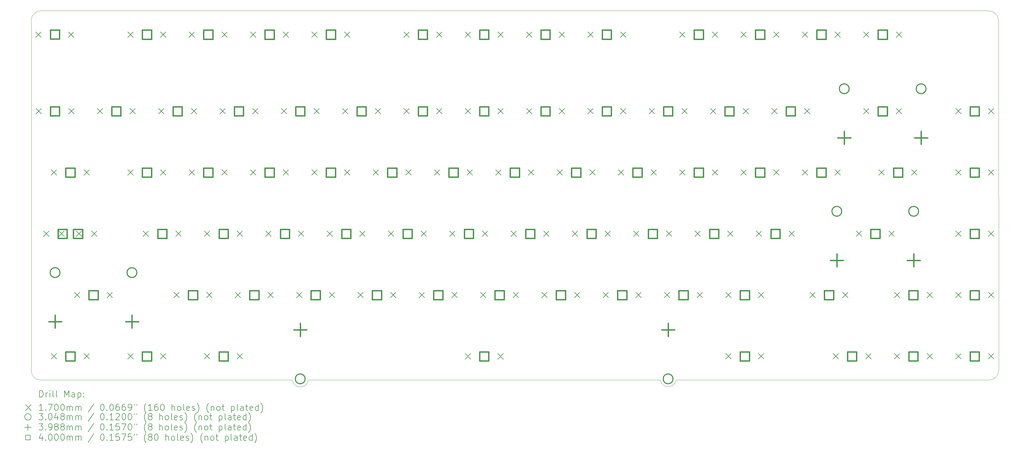
<source format=gbr>
%TF.GenerationSoftware,KiCad,Pcbnew,8.99.0-829-g0984af1676*%
%TF.CreationDate,2024-04-27T09:25:56+07:00*%
%TF.ProjectId,Nuxros75,4e757872-6f73-4373-952e-6b696361645f,rev?*%
%TF.SameCoordinates,Original*%
%TF.FileFunction,Drillmap*%
%TF.FilePolarity,Positive*%
%FSLAX45Y45*%
G04 Gerber Fmt 4.5, Leading zero omitted, Abs format (unit mm)*
G04 Created by KiCad (PCBNEW 8.99.0-829-g0984af1676) date 2024-04-27 09:25:56*
%MOMM*%
%LPD*%
G01*
G04 APERTURE LIST*
%ADD10C,0.050000*%
%ADD11C,0.200000*%
%ADD12C,0.170000*%
%ADD13C,0.304800*%
%ADD14C,0.398780*%
%ADD15C,0.400000*%
G04 APERTURE END LIST*
D10*
X-26600000Y-2520000D02*
X-26600000Y-13400000D01*
X-26300000Y-2220000D02*
X3150000Y-2220000D01*
X-17990000Y-13700000D02*
G75*
G02*
X-18490000Y-13700000I-250000J40000D01*
G01*
X3460000Y-13400000D02*
G75*
G02*
X3160000Y-13700000I-300000J0D01*
G01*
X-26600000Y-2520000D02*
G75*
G02*
X-26300000Y-2220000I300000J0D01*
G01*
X-26300000Y-13700000D02*
G75*
G02*
X-26600000Y-13400000I0J300000D01*
G01*
X3450000Y-2520000D02*
X3460000Y-13400000D01*
X-26300000Y-13700000D02*
X-18490000Y-13700000D01*
X3150000Y-2220000D02*
G75*
G02*
X3450000Y-2520000I0J-300000D01*
G01*
X-7060000Y-13700000D02*
X-17990000Y-13700000D01*
X3160000Y-13700000D02*
X-6560000Y-13700000D01*
X-6560000Y-13700000D02*
G75*
G02*
X-7060000Y-13700000I-250000J50000D01*
G01*
D11*
D12*
X-26457000Y-2874000D02*
X-26287000Y-3044000D01*
X-26287000Y-2874000D02*
X-26457000Y-3044000D01*
X-26456000Y-5258000D02*
X-26286000Y-5428000D01*
X-26286000Y-5258000D02*
X-26456000Y-5428000D01*
X-26217900Y-9068000D02*
X-26047900Y-9238000D01*
X-26047900Y-9068000D02*
X-26217900Y-9238000D01*
X-25979700Y-7163000D02*
X-25809700Y-7333000D01*
X-25809700Y-7163000D02*
X-25979700Y-7333000D01*
X-25979700Y-12878000D02*
X-25809700Y-13048000D01*
X-25809700Y-12878000D02*
X-25979700Y-13048000D01*
X-25741600Y-9068000D02*
X-25571600Y-9238000D01*
X-25571600Y-9068000D02*
X-25741600Y-9238000D01*
X-25441000Y-2874000D02*
X-25271000Y-3044000D01*
X-25271000Y-2874000D02*
X-25441000Y-3044000D01*
X-25440000Y-5258000D02*
X-25270000Y-5428000D01*
X-25270000Y-5258000D02*
X-25440000Y-5428000D01*
X-25257940Y-10973000D02*
X-25087940Y-11143000D01*
X-25087940Y-10973000D02*
X-25257940Y-11143000D01*
X-25201900Y-9068000D02*
X-25031900Y-9238000D01*
X-25031900Y-9068000D02*
X-25201900Y-9238000D01*
X-24963700Y-7163000D02*
X-24793700Y-7333000D01*
X-24793700Y-7163000D02*
X-24963700Y-7333000D01*
X-24963700Y-12878000D02*
X-24793700Y-13048000D01*
X-24793700Y-12878000D02*
X-24963700Y-13048000D01*
X-24725600Y-9068000D02*
X-24555600Y-9238000D01*
X-24555600Y-9068000D02*
X-24725600Y-9238000D01*
X-24551000Y-5258000D02*
X-24381000Y-5428000D01*
X-24381000Y-5258000D02*
X-24551000Y-5428000D01*
X-24241940Y-10973000D02*
X-24071940Y-11143000D01*
X-24071940Y-10973000D02*
X-24241940Y-11143000D01*
X-23598500Y-7163000D02*
X-23428500Y-7333000D01*
X-23428500Y-7163000D02*
X-23598500Y-7333000D01*
X-23598500Y-12878000D02*
X-23428500Y-13048000D01*
X-23428500Y-12878000D02*
X-23598500Y-13048000D01*
X-23598000Y-2876000D02*
X-23428000Y-3046000D01*
X-23428000Y-2876000D02*
X-23598000Y-3046000D01*
X-23535000Y-5258000D02*
X-23365000Y-5428000D01*
X-23365000Y-5258000D02*
X-23535000Y-5428000D01*
X-23122250Y-9068000D02*
X-22952250Y-9238000D01*
X-22952250Y-9068000D02*
X-23122250Y-9238000D01*
X-22646000Y-5258000D02*
X-22476000Y-5428000D01*
X-22476000Y-5258000D02*
X-22646000Y-5428000D01*
X-22582500Y-7163000D02*
X-22412500Y-7333000D01*
X-22412500Y-7163000D02*
X-22582500Y-7333000D01*
X-22582500Y-12878000D02*
X-22412500Y-13048000D01*
X-22412500Y-12878000D02*
X-22582500Y-13048000D01*
X-22582000Y-2876000D02*
X-22412000Y-3046000D01*
X-22412000Y-2876000D02*
X-22582000Y-3046000D01*
X-22169750Y-10973000D02*
X-21999750Y-11143000D01*
X-21999750Y-10973000D02*
X-22169750Y-11143000D01*
X-22106250Y-9068000D02*
X-21936250Y-9238000D01*
X-21936250Y-9068000D02*
X-22106250Y-9238000D01*
X-21693500Y-7163000D02*
X-21523500Y-7333000D01*
X-21523500Y-7163000D02*
X-21693500Y-7333000D01*
X-21693000Y-2876000D02*
X-21523000Y-3046000D01*
X-21523000Y-2876000D02*
X-21693000Y-3046000D01*
X-21630000Y-5258000D02*
X-21460000Y-5428000D01*
X-21460000Y-5258000D02*
X-21630000Y-5428000D01*
X-21217250Y-9068000D02*
X-21047250Y-9238000D01*
X-21047250Y-9068000D02*
X-21217250Y-9238000D01*
X-21217200Y-12878000D02*
X-21047200Y-13048000D01*
X-21047200Y-12878000D02*
X-21217200Y-13048000D01*
X-21153750Y-10973000D02*
X-20983750Y-11143000D01*
X-20983750Y-10973000D02*
X-21153750Y-11143000D01*
X-20741000Y-5258000D02*
X-20571000Y-5428000D01*
X-20571000Y-5258000D02*
X-20741000Y-5428000D01*
X-20677500Y-7163000D02*
X-20507500Y-7333000D01*
X-20507500Y-7163000D02*
X-20677500Y-7333000D01*
X-20677000Y-2876000D02*
X-20507000Y-3046000D01*
X-20507000Y-2876000D02*
X-20677000Y-3046000D01*
X-20264750Y-10973000D02*
X-20094750Y-11143000D01*
X-20094750Y-10973000D02*
X-20264750Y-11143000D01*
X-20201250Y-9068000D02*
X-20031250Y-9238000D01*
X-20031250Y-9068000D02*
X-20201250Y-9238000D01*
X-20201200Y-12878000D02*
X-20031200Y-13048000D01*
X-20031200Y-12878000D02*
X-20201200Y-13048000D01*
X-19788500Y-7163000D02*
X-19618500Y-7333000D01*
X-19618500Y-7163000D02*
X-19788500Y-7333000D01*
X-19788000Y-2876000D02*
X-19618000Y-3046000D01*
X-19618000Y-2876000D02*
X-19788000Y-3046000D01*
X-19725000Y-5258000D02*
X-19555000Y-5428000D01*
X-19555000Y-5258000D02*
X-19725000Y-5428000D01*
X-19312250Y-9068000D02*
X-19142250Y-9238000D01*
X-19142250Y-9068000D02*
X-19312250Y-9238000D01*
X-19248750Y-10973000D02*
X-19078750Y-11143000D01*
X-19078750Y-10973000D02*
X-19248750Y-11143000D01*
X-18836000Y-5258000D02*
X-18666000Y-5428000D01*
X-18666000Y-5258000D02*
X-18836000Y-5428000D01*
X-18772500Y-7163000D02*
X-18602500Y-7333000D01*
X-18602500Y-7163000D02*
X-18772500Y-7333000D01*
X-18772000Y-2876000D02*
X-18602000Y-3046000D01*
X-18602000Y-2876000D02*
X-18772000Y-3046000D01*
X-18359750Y-10973000D02*
X-18189750Y-11143000D01*
X-18189750Y-10973000D02*
X-18359750Y-11143000D01*
X-18296250Y-9068000D02*
X-18126250Y-9238000D01*
X-18126250Y-9068000D02*
X-18296250Y-9238000D01*
X-17883500Y-7163000D02*
X-17713500Y-7333000D01*
X-17713500Y-7163000D02*
X-17883500Y-7333000D01*
X-17883000Y-2876000D02*
X-17713000Y-3046000D01*
X-17713000Y-2876000D02*
X-17883000Y-3046000D01*
X-17820000Y-5258000D02*
X-17650000Y-5428000D01*
X-17650000Y-5258000D02*
X-17820000Y-5428000D01*
X-17407250Y-9068000D02*
X-17237250Y-9238000D01*
X-17237250Y-9068000D02*
X-17407250Y-9238000D01*
X-17343750Y-10973000D02*
X-17173750Y-11143000D01*
X-17173750Y-10973000D02*
X-17343750Y-11143000D01*
X-16931000Y-5258000D02*
X-16761000Y-5428000D01*
X-16761000Y-5258000D02*
X-16931000Y-5428000D01*
X-16867500Y-7163000D02*
X-16697500Y-7333000D01*
X-16697500Y-7163000D02*
X-16867500Y-7333000D01*
X-16867000Y-2876000D02*
X-16697000Y-3046000D01*
X-16697000Y-2876000D02*
X-16867000Y-3046000D01*
X-16454750Y-10973000D02*
X-16284750Y-11143000D01*
X-16284750Y-10973000D02*
X-16454750Y-11143000D01*
X-16391250Y-9068000D02*
X-16221250Y-9238000D01*
X-16221250Y-9068000D02*
X-16391250Y-9238000D01*
X-15978500Y-7163000D02*
X-15808500Y-7333000D01*
X-15808500Y-7163000D02*
X-15978500Y-7333000D01*
X-15915000Y-5258000D02*
X-15745000Y-5428000D01*
X-15745000Y-5258000D02*
X-15915000Y-5428000D01*
X-15502250Y-9068000D02*
X-15332250Y-9238000D01*
X-15332250Y-9068000D02*
X-15502250Y-9238000D01*
X-15438750Y-10973000D02*
X-15268750Y-11143000D01*
X-15268750Y-10973000D02*
X-15438750Y-11143000D01*
X-15026000Y-5258000D02*
X-14856000Y-5428000D01*
X-14856000Y-5258000D02*
X-15026000Y-5428000D01*
X-15024000Y-2877000D02*
X-14854000Y-3047000D01*
X-14854000Y-2877000D02*
X-15024000Y-3047000D01*
X-14962500Y-7163000D02*
X-14792500Y-7333000D01*
X-14792500Y-7163000D02*
X-14962500Y-7333000D01*
X-14549750Y-10973000D02*
X-14379750Y-11143000D01*
X-14379750Y-10973000D02*
X-14549750Y-11143000D01*
X-14486250Y-9068000D02*
X-14316250Y-9238000D01*
X-14316250Y-9068000D02*
X-14486250Y-9238000D01*
X-14073500Y-7163000D02*
X-13903500Y-7333000D01*
X-13903500Y-7163000D02*
X-14073500Y-7333000D01*
X-14010000Y-5258000D02*
X-13840000Y-5428000D01*
X-13840000Y-5258000D02*
X-14010000Y-5428000D01*
X-14008000Y-2877000D02*
X-13838000Y-3047000D01*
X-13838000Y-2877000D02*
X-14008000Y-3047000D01*
X-13597250Y-9068000D02*
X-13427250Y-9238000D01*
X-13427250Y-9068000D02*
X-13597250Y-9238000D01*
X-13533750Y-10973000D02*
X-13363750Y-11143000D01*
X-13363750Y-10973000D02*
X-13533750Y-11143000D01*
X-13121000Y-5258000D02*
X-12951000Y-5428000D01*
X-12951000Y-5258000D02*
X-13121000Y-5428000D01*
X-13120000Y-12879250D02*
X-12950000Y-13049250D01*
X-12950000Y-12879250D02*
X-13120000Y-13049250D01*
X-13119000Y-2877000D02*
X-12949000Y-3047000D01*
X-12949000Y-2877000D02*
X-13119000Y-3047000D01*
X-13057500Y-7163000D02*
X-12887500Y-7333000D01*
X-12887500Y-7163000D02*
X-13057500Y-7333000D01*
X-12644750Y-10973000D02*
X-12474750Y-11143000D01*
X-12474750Y-10973000D02*
X-12644750Y-11143000D01*
X-12581250Y-9068000D02*
X-12411250Y-9238000D01*
X-12411250Y-9068000D02*
X-12581250Y-9238000D01*
X-12168500Y-7163000D02*
X-11998500Y-7333000D01*
X-11998500Y-7163000D02*
X-12168500Y-7333000D01*
X-12105000Y-5258000D02*
X-11935000Y-5428000D01*
X-11935000Y-5258000D02*
X-12105000Y-5428000D01*
X-12104000Y-12879250D02*
X-11934000Y-13049250D01*
X-11934000Y-12879250D02*
X-12104000Y-13049250D01*
X-12103000Y-2877000D02*
X-11933000Y-3047000D01*
X-11933000Y-2877000D02*
X-12103000Y-3047000D01*
X-11692250Y-9068000D02*
X-11522250Y-9238000D01*
X-11522250Y-9068000D02*
X-11692250Y-9238000D01*
X-11628750Y-10973000D02*
X-11458750Y-11143000D01*
X-11458750Y-10973000D02*
X-11628750Y-11143000D01*
X-11216000Y-5258000D02*
X-11046000Y-5428000D01*
X-11046000Y-5258000D02*
X-11216000Y-5428000D01*
X-11214000Y-2877000D02*
X-11044000Y-3047000D01*
X-11044000Y-2877000D02*
X-11214000Y-3047000D01*
X-11152500Y-7163000D02*
X-10982500Y-7333000D01*
X-10982500Y-7163000D02*
X-11152500Y-7333000D01*
X-10739750Y-10973000D02*
X-10569750Y-11143000D01*
X-10569750Y-10973000D02*
X-10739750Y-11143000D01*
X-10676250Y-9068000D02*
X-10506250Y-9238000D01*
X-10506250Y-9068000D02*
X-10676250Y-9238000D01*
X-10263500Y-7163000D02*
X-10093500Y-7333000D01*
X-10093500Y-7163000D02*
X-10263500Y-7333000D01*
X-10200000Y-5258000D02*
X-10030000Y-5428000D01*
X-10030000Y-5258000D02*
X-10200000Y-5428000D01*
X-10198000Y-2877000D02*
X-10028000Y-3047000D01*
X-10028000Y-2877000D02*
X-10198000Y-3047000D01*
X-9787250Y-9068000D02*
X-9617250Y-9238000D01*
X-9617250Y-9068000D02*
X-9787250Y-9238000D01*
X-9723750Y-10973000D02*
X-9553750Y-11143000D01*
X-9553750Y-10973000D02*
X-9723750Y-11143000D01*
X-9311000Y-5258000D02*
X-9141000Y-5428000D01*
X-9141000Y-5258000D02*
X-9311000Y-5428000D01*
X-9309000Y-2877000D02*
X-9139000Y-3047000D01*
X-9139000Y-2877000D02*
X-9309000Y-3047000D01*
X-9247500Y-7163000D02*
X-9077500Y-7333000D01*
X-9077500Y-7163000D02*
X-9247500Y-7333000D01*
X-8834750Y-10973000D02*
X-8664750Y-11143000D01*
X-8664750Y-10973000D02*
X-8834750Y-11143000D01*
X-8771250Y-9068000D02*
X-8601250Y-9238000D01*
X-8601250Y-9068000D02*
X-8771250Y-9238000D01*
X-8358500Y-7163000D02*
X-8188500Y-7333000D01*
X-8188500Y-7163000D02*
X-8358500Y-7333000D01*
X-8295000Y-5258000D02*
X-8125000Y-5428000D01*
X-8125000Y-5258000D02*
X-8295000Y-5428000D01*
X-8293000Y-2877000D02*
X-8123000Y-3047000D01*
X-8123000Y-2877000D02*
X-8293000Y-3047000D01*
X-7882250Y-9068000D02*
X-7712250Y-9238000D01*
X-7712250Y-9068000D02*
X-7882250Y-9238000D01*
X-7818750Y-10973000D02*
X-7648750Y-11143000D01*
X-7648750Y-10973000D02*
X-7818750Y-11143000D01*
X-7406000Y-5258000D02*
X-7236000Y-5428000D01*
X-7236000Y-5258000D02*
X-7406000Y-5428000D01*
X-7342500Y-7163000D02*
X-7172500Y-7333000D01*
X-7172500Y-7163000D02*
X-7342500Y-7333000D01*
X-6929750Y-10973000D02*
X-6759750Y-11143000D01*
X-6759750Y-10973000D02*
X-6929750Y-11143000D01*
X-6866250Y-9068000D02*
X-6696250Y-9238000D01*
X-6696250Y-9068000D02*
X-6866250Y-9238000D01*
X-6454000Y-2877000D02*
X-6284000Y-3047000D01*
X-6284000Y-2877000D02*
X-6454000Y-3047000D01*
X-6453500Y-7163000D02*
X-6283500Y-7333000D01*
X-6283500Y-7163000D02*
X-6453500Y-7333000D01*
X-6390000Y-5258000D02*
X-6220000Y-5428000D01*
X-6220000Y-5258000D02*
X-6390000Y-5428000D01*
X-5977250Y-9068000D02*
X-5807250Y-9238000D01*
X-5807250Y-9068000D02*
X-5977250Y-9238000D01*
X-5913750Y-10973000D02*
X-5743750Y-11143000D01*
X-5743750Y-10973000D02*
X-5913750Y-11143000D01*
X-5501000Y-5258000D02*
X-5331000Y-5428000D01*
X-5331000Y-5258000D02*
X-5501000Y-5428000D01*
X-5438000Y-2877000D02*
X-5268000Y-3047000D01*
X-5268000Y-2877000D02*
X-5438000Y-3047000D01*
X-5437500Y-7163000D02*
X-5267500Y-7333000D01*
X-5267500Y-7163000D02*
X-5437500Y-7333000D01*
X-5024750Y-10973000D02*
X-4854750Y-11143000D01*
X-4854750Y-10973000D02*
X-5024750Y-11143000D01*
X-5024700Y-12878000D02*
X-4854700Y-13048000D01*
X-4854700Y-12878000D02*
X-5024700Y-13048000D01*
X-4961250Y-9068000D02*
X-4791250Y-9238000D01*
X-4791250Y-9068000D02*
X-4961250Y-9238000D01*
X-4549000Y-2877000D02*
X-4379000Y-3047000D01*
X-4379000Y-2877000D02*
X-4549000Y-3047000D01*
X-4548500Y-7163000D02*
X-4378500Y-7333000D01*
X-4378500Y-7163000D02*
X-4548500Y-7333000D01*
X-4485000Y-5258000D02*
X-4315000Y-5428000D01*
X-4315000Y-5258000D02*
X-4485000Y-5428000D01*
X-4072250Y-9068000D02*
X-3902250Y-9238000D01*
X-3902250Y-9068000D02*
X-4072250Y-9238000D01*
X-4008750Y-10973000D02*
X-3838750Y-11143000D01*
X-3838750Y-10973000D02*
X-4008750Y-11143000D01*
X-4008700Y-12878000D02*
X-3838700Y-13048000D01*
X-3838700Y-12878000D02*
X-4008700Y-13048000D01*
X-3596000Y-5258000D02*
X-3426000Y-5428000D01*
X-3426000Y-5258000D02*
X-3596000Y-5428000D01*
X-3533000Y-2877000D02*
X-3363000Y-3047000D01*
X-3363000Y-2877000D02*
X-3533000Y-3047000D01*
X-3532500Y-7163000D02*
X-3362500Y-7333000D01*
X-3362500Y-7163000D02*
X-3532500Y-7333000D01*
X-3056250Y-9068000D02*
X-2886250Y-9238000D01*
X-2886250Y-9068000D02*
X-3056250Y-9238000D01*
X-2644000Y-2877000D02*
X-2474000Y-3047000D01*
X-2474000Y-2877000D02*
X-2644000Y-3047000D01*
X-2643500Y-7163000D02*
X-2473500Y-7333000D01*
X-2473500Y-7163000D02*
X-2643500Y-7333000D01*
X-2580000Y-5258000D02*
X-2410000Y-5428000D01*
X-2410000Y-5258000D02*
X-2580000Y-5428000D01*
X-2405350Y-10973000D02*
X-2235350Y-11143000D01*
X-2235350Y-10973000D02*
X-2405350Y-11143000D01*
X-1691000Y-12878000D02*
X-1521000Y-13048000D01*
X-1521000Y-12878000D02*
X-1691000Y-13048000D01*
X-1628000Y-2877000D02*
X-1458000Y-3047000D01*
X-1458000Y-2877000D02*
X-1628000Y-3047000D01*
X-1627500Y-7163000D02*
X-1457500Y-7333000D01*
X-1457500Y-7163000D02*
X-1627500Y-7333000D01*
X-1389350Y-10973000D02*
X-1219350Y-11143000D01*
X-1219350Y-10973000D02*
X-1389350Y-11143000D01*
X-969190Y-9068000D02*
X-799190Y-9238000D01*
X-799190Y-9068000D02*
X-969190Y-9238000D01*
X-739000Y-2877000D02*
X-569000Y-3047000D01*
X-569000Y-2877000D02*
X-739000Y-3047000D01*
X-738500Y-5258000D02*
X-568500Y-5428000D01*
X-568500Y-5258000D02*
X-738500Y-5428000D01*
X-675000Y-12878000D02*
X-505000Y-13048000D01*
X-505000Y-12878000D02*
X-675000Y-13048000D01*
X-262200Y-7163000D02*
X-92200Y-7333000D01*
X-92200Y-7163000D02*
X-262200Y-7333000D01*
X46810Y-9068000D02*
X216810Y-9238000D01*
X216810Y-9068000D02*
X46810Y-9238000D01*
X214000Y-10973000D02*
X384000Y-11143000D01*
X384000Y-10973000D02*
X214000Y-11143000D01*
X214000Y-12878000D02*
X384000Y-13048000D01*
X384000Y-12878000D02*
X214000Y-13048000D01*
X277000Y-2877000D02*
X447000Y-3047000D01*
X447000Y-2877000D02*
X277000Y-3047000D01*
X277500Y-5258000D02*
X447500Y-5428000D01*
X447500Y-5258000D02*
X277500Y-5428000D01*
X753800Y-7163000D02*
X923800Y-7333000D01*
X923800Y-7163000D02*
X753800Y-7333000D01*
X1230000Y-10973000D02*
X1400000Y-11143000D01*
X1400000Y-10973000D02*
X1230000Y-11143000D01*
X1230000Y-12878000D02*
X1400000Y-13048000D01*
X1400000Y-12878000D02*
X1230000Y-13048000D01*
X2119000Y-5258000D02*
X2289000Y-5428000D01*
X2289000Y-5258000D02*
X2119000Y-5428000D01*
X2119000Y-7163000D02*
X2289000Y-7333000D01*
X2289000Y-7163000D02*
X2119000Y-7333000D01*
X2119000Y-9068000D02*
X2289000Y-9238000D01*
X2289000Y-9068000D02*
X2119000Y-9238000D01*
X2119000Y-10973000D02*
X2289000Y-11143000D01*
X2289000Y-10973000D02*
X2119000Y-11143000D01*
X2119000Y-12878000D02*
X2289000Y-13048000D01*
X2289000Y-12878000D02*
X2119000Y-13048000D01*
X3135000Y-5258000D02*
X3305000Y-5428000D01*
X3305000Y-5258000D02*
X3135000Y-5428000D01*
X3135000Y-7163000D02*
X3305000Y-7333000D01*
X3305000Y-7163000D02*
X3135000Y-7333000D01*
X3135000Y-9068000D02*
X3305000Y-9238000D01*
X3305000Y-9068000D02*
X3135000Y-9238000D01*
X3135000Y-10973000D02*
X3305000Y-11143000D01*
X3305000Y-10973000D02*
X3135000Y-11143000D01*
X3135000Y-12878000D02*
X3305000Y-13048000D01*
X3305000Y-12878000D02*
X3135000Y-13048000D01*
D13*
X-25706340Y-10359500D02*
G75*
G02*
X-26011140Y-10359500I-152400J0D01*
G01*
X-26011140Y-10359500D02*
G75*
G02*
X-25706340Y-10359500I152400J0D01*
G01*
X-23318740Y-10359500D02*
G75*
G02*
X-23623540Y-10359500I-152400J0D01*
G01*
X-23623540Y-10359500D02*
G75*
G02*
X-23318740Y-10359500I152400J0D01*
G01*
X-18089600Y-13662750D02*
G75*
G02*
X-18394400Y-13662750I-152400J0D01*
G01*
X-18394400Y-13662750D02*
G75*
G02*
X-18089600Y-13662750I152400J0D01*
G01*
X-6659600Y-13662750D02*
G75*
G02*
X-6964400Y-13662750I-152400J0D01*
G01*
X-6964400Y-13662750D02*
G75*
G02*
X-6659600Y-13662750I152400J0D01*
G01*
X-1417590Y-8454500D02*
G75*
G02*
X-1722390Y-8454500I-152400J0D01*
G01*
X-1722390Y-8454500D02*
G75*
G02*
X-1417590Y-8454500I152400J0D01*
G01*
X-1186900Y-4644500D02*
G75*
G02*
X-1491700Y-4644500I-152400J0D01*
G01*
X-1491700Y-4644500D02*
G75*
G02*
X-1186900Y-4644500I152400J0D01*
G01*
X970010Y-8454500D02*
G75*
G02*
X665210Y-8454500I-152400J0D01*
G01*
X665210Y-8454500D02*
G75*
G02*
X970010Y-8454500I152400J0D01*
G01*
X1200700Y-4644500D02*
G75*
G02*
X895900Y-4644500I-152400J0D01*
G01*
X895900Y-4644500D02*
G75*
G02*
X1200700Y-4644500I152400J0D01*
G01*
D14*
X-25858740Y-11684110D02*
X-25858740Y-12082890D01*
X-26058130Y-11883500D02*
X-25659350Y-11883500D01*
X-23471140Y-11684110D02*
X-23471140Y-12082890D01*
X-23670530Y-11883500D02*
X-23271750Y-11883500D01*
X-18242000Y-11939360D02*
X-18242000Y-12338140D01*
X-18441390Y-12138750D02*
X-18042610Y-12138750D01*
X-6812000Y-11939360D02*
X-6812000Y-12338140D01*
X-7011390Y-12138750D02*
X-6612610Y-12138750D01*
X-1569990Y-9779110D02*
X-1569990Y-10177890D01*
X-1769380Y-9978500D02*
X-1370600Y-9978500D01*
X-1339300Y-5969110D02*
X-1339300Y-6367890D01*
X-1538690Y-6168500D02*
X-1139910Y-6168500D01*
X817610Y-9779110D02*
X817610Y-10177890D01*
X618220Y-9978500D02*
X1017000Y-9978500D01*
X1048300Y-5969110D02*
X1048300Y-6367890D01*
X848910Y-6168500D02*
X1247690Y-6168500D01*
D15*
X-25722577Y-3100423D02*
X-25722577Y-2817577D01*
X-26005423Y-2817577D01*
X-26005423Y-3100423D01*
X-25722577Y-3100423D01*
X-25721577Y-5484423D02*
X-25721577Y-5201577D01*
X-26004423Y-5201577D01*
X-26004423Y-5484423D01*
X-25721577Y-5484423D01*
X-25483477Y-9294423D02*
X-25483477Y-9011577D01*
X-25766323Y-9011577D01*
X-25766323Y-9294423D01*
X-25483477Y-9294423D01*
X-25245277Y-7389423D02*
X-25245277Y-7106577D01*
X-25528123Y-7106577D01*
X-25528123Y-7389423D01*
X-25245277Y-7389423D01*
X-25245277Y-13104423D02*
X-25245277Y-12821577D01*
X-25528123Y-12821577D01*
X-25528123Y-13104423D01*
X-25245277Y-13104423D01*
X-25007177Y-9294423D02*
X-25007177Y-9011577D01*
X-25290023Y-9011577D01*
X-25290023Y-9294423D01*
X-25007177Y-9294423D01*
X-24523517Y-11199423D02*
X-24523517Y-10916577D01*
X-24806363Y-10916577D01*
X-24806363Y-11199423D01*
X-24523517Y-11199423D01*
X-23816577Y-5484423D02*
X-23816577Y-5201577D01*
X-24099423Y-5201577D01*
X-24099423Y-5484423D01*
X-23816577Y-5484423D01*
X-22864077Y-7389423D02*
X-22864077Y-7106577D01*
X-23146923Y-7106577D01*
X-23146923Y-7389423D01*
X-22864077Y-7389423D01*
X-22864077Y-13104423D02*
X-22864077Y-12821577D01*
X-23146923Y-12821577D01*
X-23146923Y-13104423D01*
X-22864077Y-13104423D01*
X-22863577Y-3102423D02*
X-22863577Y-2819577D01*
X-23146423Y-2819577D01*
X-23146423Y-3102423D01*
X-22863577Y-3102423D01*
X-22387827Y-9294423D02*
X-22387827Y-9011577D01*
X-22670673Y-9011577D01*
X-22670673Y-9294423D01*
X-22387827Y-9294423D01*
X-21911577Y-5484423D02*
X-21911577Y-5201577D01*
X-22194423Y-5201577D01*
X-22194423Y-5484423D01*
X-21911577Y-5484423D01*
X-21435327Y-11199423D02*
X-21435327Y-10916577D01*
X-21718173Y-10916577D01*
X-21718173Y-11199423D01*
X-21435327Y-11199423D01*
X-20959077Y-7389423D02*
X-20959077Y-7106577D01*
X-21241923Y-7106577D01*
X-21241923Y-7389423D01*
X-20959077Y-7389423D01*
X-20958577Y-3102423D02*
X-20958577Y-2819577D01*
X-21241423Y-2819577D01*
X-21241423Y-3102423D01*
X-20958577Y-3102423D01*
X-20482827Y-9294423D02*
X-20482827Y-9011577D01*
X-20765673Y-9011577D01*
X-20765673Y-9294423D01*
X-20482827Y-9294423D01*
X-20482777Y-13104423D02*
X-20482777Y-12821577D01*
X-20765623Y-12821577D01*
X-20765623Y-13104423D01*
X-20482777Y-13104423D01*
X-20006577Y-5484423D02*
X-20006577Y-5201577D01*
X-20289423Y-5201577D01*
X-20289423Y-5484423D01*
X-20006577Y-5484423D01*
X-19530327Y-11199423D02*
X-19530327Y-10916577D01*
X-19813173Y-10916577D01*
X-19813173Y-11199423D01*
X-19530327Y-11199423D01*
X-19054077Y-7389423D02*
X-19054077Y-7106577D01*
X-19336923Y-7106577D01*
X-19336923Y-7389423D01*
X-19054077Y-7389423D01*
X-19053577Y-3102423D02*
X-19053577Y-2819577D01*
X-19336423Y-2819577D01*
X-19336423Y-3102423D01*
X-19053577Y-3102423D01*
X-18577827Y-9294423D02*
X-18577827Y-9011577D01*
X-18860673Y-9011577D01*
X-18860673Y-9294423D01*
X-18577827Y-9294423D01*
X-18101577Y-5484423D02*
X-18101577Y-5201577D01*
X-18384423Y-5201577D01*
X-18384423Y-5484423D01*
X-18101577Y-5484423D01*
X-17625327Y-11199423D02*
X-17625327Y-10916577D01*
X-17908173Y-10916577D01*
X-17908173Y-11199423D01*
X-17625327Y-11199423D01*
X-17149077Y-7389423D02*
X-17149077Y-7106577D01*
X-17431923Y-7106577D01*
X-17431923Y-7389423D01*
X-17149077Y-7389423D01*
X-17148577Y-3102423D02*
X-17148577Y-2819577D01*
X-17431423Y-2819577D01*
X-17431423Y-3102423D01*
X-17148577Y-3102423D01*
X-16672827Y-9294423D02*
X-16672827Y-9011577D01*
X-16955673Y-9011577D01*
X-16955673Y-9294423D01*
X-16672827Y-9294423D01*
X-16196577Y-5484423D02*
X-16196577Y-5201577D01*
X-16479423Y-5201577D01*
X-16479423Y-5484423D01*
X-16196577Y-5484423D01*
X-15720327Y-11199423D02*
X-15720327Y-10916577D01*
X-16003173Y-10916577D01*
X-16003173Y-11199423D01*
X-15720327Y-11199423D01*
X-15244077Y-7389423D02*
X-15244077Y-7106577D01*
X-15526923Y-7106577D01*
X-15526923Y-7389423D01*
X-15244077Y-7389423D01*
X-14767827Y-9294423D02*
X-14767827Y-9011577D01*
X-15050673Y-9011577D01*
X-15050673Y-9294423D01*
X-14767827Y-9294423D01*
X-14291577Y-5484423D02*
X-14291577Y-5201577D01*
X-14574423Y-5201577D01*
X-14574423Y-5484423D01*
X-14291577Y-5484423D01*
X-14289577Y-3103423D02*
X-14289577Y-2820577D01*
X-14572423Y-2820577D01*
X-14572423Y-3103423D01*
X-14289577Y-3103423D01*
X-13815327Y-11199423D02*
X-13815327Y-10916577D01*
X-14098173Y-10916577D01*
X-14098173Y-11199423D01*
X-13815327Y-11199423D01*
X-13339077Y-7389423D02*
X-13339077Y-7106577D01*
X-13621923Y-7106577D01*
X-13621923Y-7389423D01*
X-13339077Y-7389423D01*
X-12862827Y-9294423D02*
X-12862827Y-9011577D01*
X-13145673Y-9011577D01*
X-13145673Y-9294423D01*
X-12862827Y-9294423D01*
X-12386577Y-5484423D02*
X-12386577Y-5201577D01*
X-12669423Y-5201577D01*
X-12669423Y-5484423D01*
X-12386577Y-5484423D01*
X-12385577Y-13105673D02*
X-12385577Y-12822827D01*
X-12668423Y-12822827D01*
X-12668423Y-13105673D01*
X-12385577Y-13105673D01*
X-12384577Y-3103423D02*
X-12384577Y-2820577D01*
X-12667423Y-2820577D01*
X-12667423Y-3103423D01*
X-12384577Y-3103423D01*
X-11910327Y-11199423D02*
X-11910327Y-10916577D01*
X-12193173Y-10916577D01*
X-12193173Y-11199423D01*
X-11910327Y-11199423D01*
X-11434077Y-7389423D02*
X-11434077Y-7106577D01*
X-11716923Y-7106577D01*
X-11716923Y-7389423D01*
X-11434077Y-7389423D01*
X-10957827Y-9294423D02*
X-10957827Y-9011577D01*
X-11240673Y-9011577D01*
X-11240673Y-9294423D01*
X-10957827Y-9294423D01*
X-10481577Y-5484423D02*
X-10481577Y-5201577D01*
X-10764423Y-5201577D01*
X-10764423Y-5484423D01*
X-10481577Y-5484423D01*
X-10479577Y-3103423D02*
X-10479577Y-2820577D01*
X-10762423Y-2820577D01*
X-10762423Y-3103423D01*
X-10479577Y-3103423D01*
X-10005327Y-11199423D02*
X-10005327Y-10916577D01*
X-10288173Y-10916577D01*
X-10288173Y-11199423D01*
X-10005327Y-11199423D01*
X-9529077Y-7389423D02*
X-9529077Y-7106577D01*
X-9811923Y-7106577D01*
X-9811923Y-7389423D01*
X-9529077Y-7389423D01*
X-9052827Y-9294423D02*
X-9052827Y-9011577D01*
X-9335673Y-9011577D01*
X-9335673Y-9294423D01*
X-9052827Y-9294423D01*
X-8576577Y-5484423D02*
X-8576577Y-5201577D01*
X-8859423Y-5201577D01*
X-8859423Y-5484423D01*
X-8576577Y-5484423D01*
X-8574577Y-3103423D02*
X-8574577Y-2820577D01*
X-8857423Y-2820577D01*
X-8857423Y-3103423D01*
X-8574577Y-3103423D01*
X-8100327Y-11199423D02*
X-8100327Y-10916577D01*
X-8383173Y-10916577D01*
X-8383173Y-11199423D01*
X-8100327Y-11199423D01*
X-7624077Y-7389423D02*
X-7624077Y-7106577D01*
X-7906923Y-7106577D01*
X-7906923Y-7389423D01*
X-7624077Y-7389423D01*
X-7147827Y-9294423D02*
X-7147827Y-9011577D01*
X-7430673Y-9011577D01*
X-7430673Y-9294423D01*
X-7147827Y-9294423D01*
X-6671577Y-5484423D02*
X-6671577Y-5201577D01*
X-6954423Y-5201577D01*
X-6954423Y-5484423D01*
X-6671577Y-5484423D01*
X-6195327Y-11199423D02*
X-6195327Y-10916577D01*
X-6478173Y-10916577D01*
X-6478173Y-11199423D01*
X-6195327Y-11199423D01*
X-5719577Y-3103423D02*
X-5719577Y-2820577D01*
X-6002423Y-2820577D01*
X-6002423Y-3103423D01*
X-5719577Y-3103423D01*
X-5719077Y-7389423D02*
X-5719077Y-7106577D01*
X-6001923Y-7106577D01*
X-6001923Y-7389423D01*
X-5719077Y-7389423D01*
X-5242827Y-9294423D02*
X-5242827Y-9011577D01*
X-5525673Y-9011577D01*
X-5525673Y-9294423D01*
X-5242827Y-9294423D01*
X-4766577Y-5484423D02*
X-4766577Y-5201577D01*
X-5049423Y-5201577D01*
X-5049423Y-5484423D01*
X-4766577Y-5484423D01*
X-4290327Y-11199423D02*
X-4290327Y-10916577D01*
X-4573173Y-10916577D01*
X-4573173Y-11199423D01*
X-4290327Y-11199423D01*
X-4290277Y-13104423D02*
X-4290277Y-12821577D01*
X-4573123Y-12821577D01*
X-4573123Y-13104423D01*
X-4290277Y-13104423D01*
X-3814577Y-3103423D02*
X-3814577Y-2820577D01*
X-4097423Y-2820577D01*
X-4097423Y-3103423D01*
X-3814577Y-3103423D01*
X-3814077Y-7389423D02*
X-3814077Y-7106577D01*
X-4096923Y-7106577D01*
X-4096923Y-7389423D01*
X-3814077Y-7389423D01*
X-3337827Y-9294423D02*
X-3337827Y-9011577D01*
X-3620673Y-9011577D01*
X-3620673Y-9294423D01*
X-3337827Y-9294423D01*
X-2861577Y-5484423D02*
X-2861577Y-5201577D01*
X-3144423Y-5201577D01*
X-3144423Y-5484423D01*
X-2861577Y-5484423D01*
X-1909577Y-3103423D02*
X-1909577Y-2820577D01*
X-2192423Y-2820577D01*
X-2192423Y-3103423D01*
X-1909577Y-3103423D01*
X-1909077Y-7389423D02*
X-1909077Y-7106577D01*
X-2191923Y-7106577D01*
X-2191923Y-7389423D01*
X-1909077Y-7389423D01*
X-1670927Y-11199423D02*
X-1670927Y-10916577D01*
X-1953773Y-10916577D01*
X-1953773Y-11199423D01*
X-1670927Y-11199423D01*
X-956577Y-13104423D02*
X-956577Y-12821577D01*
X-1239423Y-12821577D01*
X-1239423Y-13104423D01*
X-956577Y-13104423D01*
X-234767Y-9294423D02*
X-234767Y-9011577D01*
X-517613Y-9011577D01*
X-517613Y-9294423D01*
X-234767Y-9294423D01*
X-4577Y-3103423D02*
X-4577Y-2820577D01*
X-287423Y-2820577D01*
X-287423Y-3103423D01*
X-4577Y-3103423D01*
X-4077Y-5484423D02*
X-4077Y-5201577D01*
X-286923Y-5201577D01*
X-286923Y-5484423D01*
X-4077Y-5484423D01*
X472223Y-7389423D02*
X472223Y-7106577D01*
X189377Y-7106577D01*
X189377Y-7389423D01*
X472223Y-7389423D01*
X948423Y-11199423D02*
X948423Y-10916577D01*
X665577Y-10916577D01*
X665577Y-11199423D01*
X948423Y-11199423D01*
X948423Y-13104423D02*
X948423Y-12821577D01*
X665577Y-12821577D01*
X665577Y-13104423D01*
X948423Y-13104423D01*
X2853423Y-5484423D02*
X2853423Y-5201577D01*
X2570577Y-5201577D01*
X2570577Y-5484423D01*
X2853423Y-5484423D01*
X2853423Y-7389423D02*
X2853423Y-7106577D01*
X2570577Y-7106577D01*
X2570577Y-7389423D01*
X2853423Y-7389423D01*
X2853423Y-9294423D02*
X2853423Y-9011577D01*
X2570577Y-9011577D01*
X2570577Y-9294423D01*
X2853423Y-9294423D01*
X2853423Y-11199423D02*
X2853423Y-10916577D01*
X2570577Y-10916577D01*
X2570577Y-11199423D01*
X2853423Y-11199423D01*
X2853423Y-13104423D02*
X2853423Y-12821577D01*
X2570577Y-12821577D01*
X2570577Y-13104423D01*
X2853423Y-13104423D01*
D11*
X-26341723Y-14227163D02*
X-26341723Y-14027163D01*
X-26341723Y-14027163D02*
X-26294104Y-14027163D01*
X-26294104Y-14027163D02*
X-26265533Y-14036687D01*
X-26265533Y-14036687D02*
X-26246485Y-14055735D01*
X-26246485Y-14055735D02*
X-26236961Y-14074782D01*
X-26236961Y-14074782D02*
X-26227437Y-14112878D01*
X-26227437Y-14112878D02*
X-26227437Y-14141449D01*
X-26227437Y-14141449D02*
X-26236961Y-14179544D01*
X-26236961Y-14179544D02*
X-26246485Y-14198592D01*
X-26246485Y-14198592D02*
X-26265533Y-14217640D01*
X-26265533Y-14217640D02*
X-26294104Y-14227163D01*
X-26294104Y-14227163D02*
X-26341723Y-14227163D01*
X-26141723Y-14227163D02*
X-26141723Y-14093830D01*
X-26141723Y-14131925D02*
X-26132199Y-14112878D01*
X-26132199Y-14112878D02*
X-26122675Y-14103354D01*
X-26122675Y-14103354D02*
X-26103628Y-14093830D01*
X-26103628Y-14093830D02*
X-26084580Y-14093830D01*
X-26017914Y-14227163D02*
X-26017914Y-14093830D01*
X-26017914Y-14027163D02*
X-26027437Y-14036687D01*
X-26027437Y-14036687D02*
X-26017914Y-14046211D01*
X-26017914Y-14046211D02*
X-26008390Y-14036687D01*
X-26008390Y-14036687D02*
X-26017914Y-14027163D01*
X-26017914Y-14027163D02*
X-26017914Y-14046211D01*
X-25894104Y-14227163D02*
X-25913152Y-14217640D01*
X-25913152Y-14217640D02*
X-25922675Y-14198592D01*
X-25922675Y-14198592D02*
X-25922675Y-14027163D01*
X-25789342Y-14227163D02*
X-25808390Y-14217640D01*
X-25808390Y-14217640D02*
X-25817914Y-14198592D01*
X-25817914Y-14198592D02*
X-25817914Y-14027163D01*
X-25560771Y-14227163D02*
X-25560771Y-14027163D01*
X-25560771Y-14027163D02*
X-25494104Y-14170021D01*
X-25494104Y-14170021D02*
X-25427437Y-14027163D01*
X-25427437Y-14027163D02*
X-25427437Y-14227163D01*
X-25246485Y-14227163D02*
X-25246485Y-14122402D01*
X-25246485Y-14122402D02*
X-25256009Y-14103354D01*
X-25256009Y-14103354D02*
X-25275056Y-14093830D01*
X-25275056Y-14093830D02*
X-25313152Y-14093830D01*
X-25313152Y-14093830D02*
X-25332199Y-14103354D01*
X-25246485Y-14217640D02*
X-25265533Y-14227163D01*
X-25265533Y-14227163D02*
X-25313152Y-14227163D01*
X-25313152Y-14227163D02*
X-25332199Y-14217640D01*
X-25332199Y-14217640D02*
X-25341723Y-14198592D01*
X-25341723Y-14198592D02*
X-25341723Y-14179544D01*
X-25341723Y-14179544D02*
X-25332199Y-14160497D01*
X-25332199Y-14160497D02*
X-25313152Y-14150973D01*
X-25313152Y-14150973D02*
X-25265533Y-14150973D01*
X-25265533Y-14150973D02*
X-25246485Y-14141449D01*
X-25151247Y-14093830D02*
X-25151247Y-14293830D01*
X-25151247Y-14103354D02*
X-25132199Y-14093830D01*
X-25132199Y-14093830D02*
X-25094104Y-14093830D01*
X-25094104Y-14093830D02*
X-25075056Y-14103354D01*
X-25075056Y-14103354D02*
X-25065533Y-14112878D01*
X-25065533Y-14112878D02*
X-25056009Y-14131925D01*
X-25056009Y-14131925D02*
X-25056009Y-14189068D01*
X-25056009Y-14189068D02*
X-25065533Y-14208116D01*
X-25065533Y-14208116D02*
X-25075056Y-14217640D01*
X-25075056Y-14217640D02*
X-25094104Y-14227163D01*
X-25094104Y-14227163D02*
X-25132199Y-14227163D01*
X-25132199Y-14227163D02*
X-25151247Y-14217640D01*
X-24970294Y-14208116D02*
X-24960771Y-14217640D01*
X-24960771Y-14217640D02*
X-24970294Y-14227163D01*
X-24970294Y-14227163D02*
X-24979818Y-14217640D01*
X-24979818Y-14217640D02*
X-24970294Y-14208116D01*
X-24970294Y-14208116D02*
X-24970294Y-14227163D01*
X-24970294Y-14103354D02*
X-24960771Y-14112878D01*
X-24960771Y-14112878D02*
X-24970294Y-14122402D01*
X-24970294Y-14122402D02*
X-24979818Y-14112878D01*
X-24979818Y-14112878D02*
X-24970294Y-14103354D01*
X-24970294Y-14103354D02*
X-24970294Y-14122402D01*
D12*
X-26772500Y-14470680D02*
X-26602500Y-14640680D01*
X-26602500Y-14470680D02*
X-26772500Y-14640680D01*
D11*
X-26236961Y-14647163D02*
X-26351247Y-14647163D01*
X-26294104Y-14647163D02*
X-26294104Y-14447163D01*
X-26294104Y-14447163D02*
X-26313152Y-14475735D01*
X-26313152Y-14475735D02*
X-26332199Y-14494782D01*
X-26332199Y-14494782D02*
X-26351247Y-14504306D01*
X-26151247Y-14628116D02*
X-26141723Y-14637640D01*
X-26141723Y-14637640D02*
X-26151247Y-14647163D01*
X-26151247Y-14647163D02*
X-26160771Y-14637640D01*
X-26160771Y-14637640D02*
X-26151247Y-14628116D01*
X-26151247Y-14628116D02*
X-26151247Y-14647163D01*
X-26075056Y-14447163D02*
X-25941723Y-14447163D01*
X-25941723Y-14447163D02*
X-26027437Y-14647163D01*
X-25827437Y-14447163D02*
X-25808390Y-14447163D01*
X-25808390Y-14447163D02*
X-25789342Y-14456687D01*
X-25789342Y-14456687D02*
X-25779818Y-14466211D01*
X-25779818Y-14466211D02*
X-25770294Y-14485259D01*
X-25770294Y-14485259D02*
X-25760771Y-14523354D01*
X-25760771Y-14523354D02*
X-25760771Y-14570973D01*
X-25760771Y-14570973D02*
X-25770294Y-14609068D01*
X-25770294Y-14609068D02*
X-25779818Y-14628116D01*
X-25779818Y-14628116D02*
X-25789342Y-14637640D01*
X-25789342Y-14637640D02*
X-25808390Y-14647163D01*
X-25808390Y-14647163D02*
X-25827437Y-14647163D01*
X-25827437Y-14647163D02*
X-25846485Y-14637640D01*
X-25846485Y-14637640D02*
X-25856009Y-14628116D01*
X-25856009Y-14628116D02*
X-25865533Y-14609068D01*
X-25865533Y-14609068D02*
X-25875056Y-14570973D01*
X-25875056Y-14570973D02*
X-25875056Y-14523354D01*
X-25875056Y-14523354D02*
X-25865533Y-14485259D01*
X-25865533Y-14485259D02*
X-25856009Y-14466211D01*
X-25856009Y-14466211D02*
X-25846485Y-14456687D01*
X-25846485Y-14456687D02*
X-25827437Y-14447163D01*
X-25636961Y-14447163D02*
X-25617913Y-14447163D01*
X-25617913Y-14447163D02*
X-25598866Y-14456687D01*
X-25598866Y-14456687D02*
X-25589342Y-14466211D01*
X-25589342Y-14466211D02*
X-25579818Y-14485259D01*
X-25579818Y-14485259D02*
X-25570294Y-14523354D01*
X-25570294Y-14523354D02*
X-25570294Y-14570973D01*
X-25570294Y-14570973D02*
X-25579818Y-14609068D01*
X-25579818Y-14609068D02*
X-25589342Y-14628116D01*
X-25589342Y-14628116D02*
X-25598866Y-14637640D01*
X-25598866Y-14637640D02*
X-25617913Y-14647163D01*
X-25617913Y-14647163D02*
X-25636961Y-14647163D01*
X-25636961Y-14647163D02*
X-25656009Y-14637640D01*
X-25656009Y-14637640D02*
X-25665533Y-14628116D01*
X-25665533Y-14628116D02*
X-25675056Y-14609068D01*
X-25675056Y-14609068D02*
X-25684580Y-14570973D01*
X-25684580Y-14570973D02*
X-25684580Y-14523354D01*
X-25684580Y-14523354D02*
X-25675056Y-14485259D01*
X-25675056Y-14485259D02*
X-25665533Y-14466211D01*
X-25665533Y-14466211D02*
X-25656009Y-14456687D01*
X-25656009Y-14456687D02*
X-25636961Y-14447163D01*
X-25484580Y-14647163D02*
X-25484580Y-14513830D01*
X-25484580Y-14532878D02*
X-25475056Y-14523354D01*
X-25475056Y-14523354D02*
X-25456009Y-14513830D01*
X-25456009Y-14513830D02*
X-25427437Y-14513830D01*
X-25427437Y-14513830D02*
X-25408390Y-14523354D01*
X-25408390Y-14523354D02*
X-25398866Y-14542402D01*
X-25398866Y-14542402D02*
X-25398866Y-14647163D01*
X-25398866Y-14542402D02*
X-25389342Y-14523354D01*
X-25389342Y-14523354D02*
X-25370294Y-14513830D01*
X-25370294Y-14513830D02*
X-25341723Y-14513830D01*
X-25341723Y-14513830D02*
X-25322675Y-14523354D01*
X-25322675Y-14523354D02*
X-25313152Y-14542402D01*
X-25313152Y-14542402D02*
X-25313152Y-14647163D01*
X-25217913Y-14647163D02*
X-25217913Y-14513830D01*
X-25217913Y-14532878D02*
X-25208390Y-14523354D01*
X-25208390Y-14523354D02*
X-25189342Y-14513830D01*
X-25189342Y-14513830D02*
X-25160771Y-14513830D01*
X-25160771Y-14513830D02*
X-25141723Y-14523354D01*
X-25141723Y-14523354D02*
X-25132199Y-14542402D01*
X-25132199Y-14542402D02*
X-25132199Y-14647163D01*
X-25132199Y-14542402D02*
X-25122675Y-14523354D01*
X-25122675Y-14523354D02*
X-25103628Y-14513830D01*
X-25103628Y-14513830D02*
X-25075056Y-14513830D01*
X-25075056Y-14513830D02*
X-25056009Y-14523354D01*
X-25056009Y-14523354D02*
X-25046485Y-14542402D01*
X-25046485Y-14542402D02*
X-25046485Y-14647163D01*
X-24656009Y-14437640D02*
X-24827437Y-14694782D01*
X-24398866Y-14447163D02*
X-24379818Y-14447163D01*
X-24379818Y-14447163D02*
X-24360770Y-14456687D01*
X-24360770Y-14456687D02*
X-24351247Y-14466211D01*
X-24351247Y-14466211D02*
X-24341723Y-14485259D01*
X-24341723Y-14485259D02*
X-24332199Y-14523354D01*
X-24332199Y-14523354D02*
X-24332199Y-14570973D01*
X-24332199Y-14570973D02*
X-24341723Y-14609068D01*
X-24341723Y-14609068D02*
X-24351247Y-14628116D01*
X-24351247Y-14628116D02*
X-24360770Y-14637640D01*
X-24360770Y-14637640D02*
X-24379818Y-14647163D01*
X-24379818Y-14647163D02*
X-24398866Y-14647163D01*
X-24398866Y-14647163D02*
X-24417913Y-14637640D01*
X-24417913Y-14637640D02*
X-24427437Y-14628116D01*
X-24427437Y-14628116D02*
X-24436961Y-14609068D01*
X-24436961Y-14609068D02*
X-24446485Y-14570973D01*
X-24446485Y-14570973D02*
X-24446485Y-14523354D01*
X-24446485Y-14523354D02*
X-24436961Y-14485259D01*
X-24436961Y-14485259D02*
X-24427437Y-14466211D01*
X-24427437Y-14466211D02*
X-24417913Y-14456687D01*
X-24417913Y-14456687D02*
X-24398866Y-14447163D01*
X-24246485Y-14628116D02*
X-24236961Y-14637640D01*
X-24236961Y-14637640D02*
X-24246485Y-14647163D01*
X-24246485Y-14647163D02*
X-24256009Y-14637640D01*
X-24256009Y-14637640D02*
X-24246485Y-14628116D01*
X-24246485Y-14628116D02*
X-24246485Y-14647163D01*
X-24113151Y-14447163D02*
X-24094104Y-14447163D01*
X-24094104Y-14447163D02*
X-24075056Y-14456687D01*
X-24075056Y-14456687D02*
X-24065532Y-14466211D01*
X-24065532Y-14466211D02*
X-24056009Y-14485259D01*
X-24056009Y-14485259D02*
X-24046485Y-14523354D01*
X-24046485Y-14523354D02*
X-24046485Y-14570973D01*
X-24046485Y-14570973D02*
X-24056009Y-14609068D01*
X-24056009Y-14609068D02*
X-24065532Y-14628116D01*
X-24065532Y-14628116D02*
X-24075056Y-14637640D01*
X-24075056Y-14637640D02*
X-24094104Y-14647163D01*
X-24094104Y-14647163D02*
X-24113151Y-14647163D01*
X-24113151Y-14647163D02*
X-24132199Y-14637640D01*
X-24132199Y-14637640D02*
X-24141723Y-14628116D01*
X-24141723Y-14628116D02*
X-24151247Y-14609068D01*
X-24151247Y-14609068D02*
X-24160770Y-14570973D01*
X-24160770Y-14570973D02*
X-24160770Y-14523354D01*
X-24160770Y-14523354D02*
X-24151247Y-14485259D01*
X-24151247Y-14485259D02*
X-24141723Y-14466211D01*
X-24141723Y-14466211D02*
X-24132199Y-14456687D01*
X-24132199Y-14456687D02*
X-24113151Y-14447163D01*
X-23875056Y-14447163D02*
X-23913151Y-14447163D01*
X-23913151Y-14447163D02*
X-23932199Y-14456687D01*
X-23932199Y-14456687D02*
X-23941723Y-14466211D01*
X-23941723Y-14466211D02*
X-23960770Y-14494782D01*
X-23960770Y-14494782D02*
X-23970294Y-14532878D01*
X-23970294Y-14532878D02*
X-23970294Y-14609068D01*
X-23970294Y-14609068D02*
X-23960770Y-14628116D01*
X-23960770Y-14628116D02*
X-23951247Y-14637640D01*
X-23951247Y-14637640D02*
X-23932199Y-14647163D01*
X-23932199Y-14647163D02*
X-23894104Y-14647163D01*
X-23894104Y-14647163D02*
X-23875056Y-14637640D01*
X-23875056Y-14637640D02*
X-23865532Y-14628116D01*
X-23865532Y-14628116D02*
X-23856009Y-14609068D01*
X-23856009Y-14609068D02*
X-23856009Y-14561449D01*
X-23856009Y-14561449D02*
X-23865532Y-14542402D01*
X-23865532Y-14542402D02*
X-23875056Y-14532878D01*
X-23875056Y-14532878D02*
X-23894104Y-14523354D01*
X-23894104Y-14523354D02*
X-23932199Y-14523354D01*
X-23932199Y-14523354D02*
X-23951247Y-14532878D01*
X-23951247Y-14532878D02*
X-23960770Y-14542402D01*
X-23960770Y-14542402D02*
X-23970294Y-14561449D01*
X-23684580Y-14447163D02*
X-23722675Y-14447163D01*
X-23722675Y-14447163D02*
X-23741723Y-14456687D01*
X-23741723Y-14456687D02*
X-23751247Y-14466211D01*
X-23751247Y-14466211D02*
X-23770294Y-14494782D01*
X-23770294Y-14494782D02*
X-23779818Y-14532878D01*
X-23779818Y-14532878D02*
X-23779818Y-14609068D01*
X-23779818Y-14609068D02*
X-23770294Y-14628116D01*
X-23770294Y-14628116D02*
X-23760770Y-14637640D01*
X-23760770Y-14637640D02*
X-23741723Y-14647163D01*
X-23741723Y-14647163D02*
X-23703628Y-14647163D01*
X-23703628Y-14647163D02*
X-23684580Y-14637640D01*
X-23684580Y-14637640D02*
X-23675056Y-14628116D01*
X-23675056Y-14628116D02*
X-23665532Y-14609068D01*
X-23665532Y-14609068D02*
X-23665532Y-14561449D01*
X-23665532Y-14561449D02*
X-23675056Y-14542402D01*
X-23675056Y-14542402D02*
X-23684580Y-14532878D01*
X-23684580Y-14532878D02*
X-23703628Y-14523354D01*
X-23703628Y-14523354D02*
X-23741723Y-14523354D01*
X-23741723Y-14523354D02*
X-23760770Y-14532878D01*
X-23760770Y-14532878D02*
X-23770294Y-14542402D01*
X-23770294Y-14542402D02*
X-23779818Y-14561449D01*
X-23570294Y-14647163D02*
X-23532199Y-14647163D01*
X-23532199Y-14647163D02*
X-23513151Y-14637640D01*
X-23513151Y-14637640D02*
X-23503628Y-14628116D01*
X-23503628Y-14628116D02*
X-23484580Y-14599544D01*
X-23484580Y-14599544D02*
X-23475056Y-14561449D01*
X-23475056Y-14561449D02*
X-23475056Y-14485259D01*
X-23475056Y-14485259D02*
X-23484580Y-14466211D01*
X-23484580Y-14466211D02*
X-23494104Y-14456687D01*
X-23494104Y-14456687D02*
X-23513151Y-14447163D01*
X-23513151Y-14447163D02*
X-23551247Y-14447163D01*
X-23551247Y-14447163D02*
X-23570294Y-14456687D01*
X-23570294Y-14456687D02*
X-23579818Y-14466211D01*
X-23579818Y-14466211D02*
X-23589342Y-14485259D01*
X-23589342Y-14485259D02*
X-23589342Y-14532878D01*
X-23589342Y-14532878D02*
X-23579818Y-14551925D01*
X-23579818Y-14551925D02*
X-23570294Y-14561449D01*
X-23570294Y-14561449D02*
X-23551247Y-14570973D01*
X-23551247Y-14570973D02*
X-23513151Y-14570973D01*
X-23513151Y-14570973D02*
X-23494104Y-14561449D01*
X-23494104Y-14561449D02*
X-23484580Y-14551925D01*
X-23484580Y-14551925D02*
X-23475056Y-14532878D01*
X-23398866Y-14447163D02*
X-23398866Y-14485259D01*
X-23322675Y-14447163D02*
X-23322675Y-14485259D01*
X-23027437Y-14723354D02*
X-23036961Y-14713830D01*
X-23036961Y-14713830D02*
X-23056008Y-14685259D01*
X-23056008Y-14685259D02*
X-23065532Y-14666211D01*
X-23065532Y-14666211D02*
X-23075056Y-14637640D01*
X-23075056Y-14637640D02*
X-23084580Y-14590021D01*
X-23084580Y-14590021D02*
X-23084580Y-14551925D01*
X-23084580Y-14551925D02*
X-23075056Y-14504306D01*
X-23075056Y-14504306D02*
X-23065532Y-14475735D01*
X-23065532Y-14475735D02*
X-23056008Y-14456687D01*
X-23056008Y-14456687D02*
X-23036961Y-14428116D01*
X-23036961Y-14428116D02*
X-23027437Y-14418592D01*
X-22846485Y-14647163D02*
X-22960770Y-14647163D01*
X-22903628Y-14647163D02*
X-22903628Y-14447163D01*
X-22903628Y-14447163D02*
X-22922675Y-14475735D01*
X-22922675Y-14475735D02*
X-22941723Y-14494782D01*
X-22941723Y-14494782D02*
X-22960770Y-14504306D01*
X-22675056Y-14447163D02*
X-22713151Y-14447163D01*
X-22713151Y-14447163D02*
X-22732199Y-14456687D01*
X-22732199Y-14456687D02*
X-22741723Y-14466211D01*
X-22741723Y-14466211D02*
X-22760770Y-14494782D01*
X-22760770Y-14494782D02*
X-22770294Y-14532878D01*
X-22770294Y-14532878D02*
X-22770294Y-14609068D01*
X-22770294Y-14609068D02*
X-22760770Y-14628116D01*
X-22760770Y-14628116D02*
X-22751247Y-14637640D01*
X-22751247Y-14637640D02*
X-22732199Y-14647163D01*
X-22732199Y-14647163D02*
X-22694104Y-14647163D01*
X-22694104Y-14647163D02*
X-22675056Y-14637640D01*
X-22675056Y-14637640D02*
X-22665532Y-14628116D01*
X-22665532Y-14628116D02*
X-22656008Y-14609068D01*
X-22656008Y-14609068D02*
X-22656008Y-14561449D01*
X-22656008Y-14561449D02*
X-22665532Y-14542402D01*
X-22665532Y-14542402D02*
X-22675056Y-14532878D01*
X-22675056Y-14532878D02*
X-22694104Y-14523354D01*
X-22694104Y-14523354D02*
X-22732199Y-14523354D01*
X-22732199Y-14523354D02*
X-22751247Y-14532878D01*
X-22751247Y-14532878D02*
X-22760770Y-14542402D01*
X-22760770Y-14542402D02*
X-22770294Y-14561449D01*
X-22532199Y-14447163D02*
X-22513151Y-14447163D01*
X-22513151Y-14447163D02*
X-22494104Y-14456687D01*
X-22494104Y-14456687D02*
X-22484580Y-14466211D01*
X-22484580Y-14466211D02*
X-22475056Y-14485259D01*
X-22475056Y-14485259D02*
X-22465532Y-14523354D01*
X-22465532Y-14523354D02*
X-22465532Y-14570973D01*
X-22465532Y-14570973D02*
X-22475056Y-14609068D01*
X-22475056Y-14609068D02*
X-22484580Y-14628116D01*
X-22484580Y-14628116D02*
X-22494104Y-14637640D01*
X-22494104Y-14637640D02*
X-22513151Y-14647163D01*
X-22513151Y-14647163D02*
X-22532199Y-14647163D01*
X-22532199Y-14647163D02*
X-22551247Y-14637640D01*
X-22551247Y-14637640D02*
X-22560770Y-14628116D01*
X-22560770Y-14628116D02*
X-22570294Y-14609068D01*
X-22570294Y-14609068D02*
X-22579818Y-14570973D01*
X-22579818Y-14570973D02*
X-22579818Y-14523354D01*
X-22579818Y-14523354D02*
X-22570294Y-14485259D01*
X-22570294Y-14485259D02*
X-22560770Y-14466211D01*
X-22560770Y-14466211D02*
X-22551247Y-14456687D01*
X-22551247Y-14456687D02*
X-22532199Y-14447163D01*
X-22227437Y-14647163D02*
X-22227437Y-14447163D01*
X-22141723Y-14647163D02*
X-22141723Y-14542402D01*
X-22141723Y-14542402D02*
X-22151247Y-14523354D01*
X-22151247Y-14523354D02*
X-22170294Y-14513830D01*
X-22170294Y-14513830D02*
X-22198866Y-14513830D01*
X-22198866Y-14513830D02*
X-22217913Y-14523354D01*
X-22217913Y-14523354D02*
X-22227437Y-14532878D01*
X-22017913Y-14647163D02*
X-22036961Y-14637640D01*
X-22036961Y-14637640D02*
X-22046485Y-14628116D01*
X-22046485Y-14628116D02*
X-22056008Y-14609068D01*
X-22056008Y-14609068D02*
X-22056008Y-14551925D01*
X-22056008Y-14551925D02*
X-22046485Y-14532878D01*
X-22046485Y-14532878D02*
X-22036961Y-14523354D01*
X-22036961Y-14523354D02*
X-22017913Y-14513830D01*
X-22017913Y-14513830D02*
X-21989342Y-14513830D01*
X-21989342Y-14513830D02*
X-21970294Y-14523354D01*
X-21970294Y-14523354D02*
X-21960770Y-14532878D01*
X-21960770Y-14532878D02*
X-21951247Y-14551925D01*
X-21951247Y-14551925D02*
X-21951247Y-14609068D01*
X-21951247Y-14609068D02*
X-21960770Y-14628116D01*
X-21960770Y-14628116D02*
X-21970294Y-14637640D01*
X-21970294Y-14637640D02*
X-21989342Y-14647163D01*
X-21989342Y-14647163D02*
X-22017913Y-14647163D01*
X-21836961Y-14647163D02*
X-21856008Y-14637640D01*
X-21856008Y-14637640D02*
X-21865532Y-14618592D01*
X-21865532Y-14618592D02*
X-21865532Y-14447163D01*
X-21684580Y-14637640D02*
X-21703627Y-14647163D01*
X-21703627Y-14647163D02*
X-21741723Y-14647163D01*
X-21741723Y-14647163D02*
X-21760770Y-14637640D01*
X-21760770Y-14637640D02*
X-21770294Y-14618592D01*
X-21770294Y-14618592D02*
X-21770294Y-14542402D01*
X-21770294Y-14542402D02*
X-21760770Y-14523354D01*
X-21760770Y-14523354D02*
X-21741723Y-14513830D01*
X-21741723Y-14513830D02*
X-21703627Y-14513830D01*
X-21703627Y-14513830D02*
X-21684580Y-14523354D01*
X-21684580Y-14523354D02*
X-21675056Y-14542402D01*
X-21675056Y-14542402D02*
X-21675056Y-14561449D01*
X-21675056Y-14561449D02*
X-21770294Y-14580497D01*
X-21598866Y-14637640D02*
X-21579818Y-14647163D01*
X-21579818Y-14647163D02*
X-21541723Y-14647163D01*
X-21541723Y-14647163D02*
X-21522675Y-14637640D01*
X-21522675Y-14637640D02*
X-21513151Y-14618592D01*
X-21513151Y-14618592D02*
X-21513151Y-14609068D01*
X-21513151Y-14609068D02*
X-21522675Y-14590021D01*
X-21522675Y-14590021D02*
X-21541723Y-14580497D01*
X-21541723Y-14580497D02*
X-21570294Y-14580497D01*
X-21570294Y-14580497D02*
X-21589342Y-14570973D01*
X-21589342Y-14570973D02*
X-21598866Y-14551925D01*
X-21598866Y-14551925D02*
X-21598866Y-14542402D01*
X-21598866Y-14542402D02*
X-21589342Y-14523354D01*
X-21589342Y-14523354D02*
X-21570294Y-14513830D01*
X-21570294Y-14513830D02*
X-21541723Y-14513830D01*
X-21541723Y-14513830D02*
X-21522675Y-14523354D01*
X-21446485Y-14723354D02*
X-21436961Y-14713830D01*
X-21436961Y-14713830D02*
X-21417913Y-14685259D01*
X-21417913Y-14685259D02*
X-21408389Y-14666211D01*
X-21408389Y-14666211D02*
X-21398866Y-14637640D01*
X-21398866Y-14637640D02*
X-21389342Y-14590021D01*
X-21389342Y-14590021D02*
X-21389342Y-14551925D01*
X-21389342Y-14551925D02*
X-21398866Y-14504306D01*
X-21398866Y-14504306D02*
X-21408389Y-14475735D01*
X-21408389Y-14475735D02*
X-21417913Y-14456687D01*
X-21417913Y-14456687D02*
X-21436961Y-14428116D01*
X-21436961Y-14428116D02*
X-21446485Y-14418592D01*
X-21084580Y-14723354D02*
X-21094104Y-14713830D01*
X-21094104Y-14713830D02*
X-21113151Y-14685259D01*
X-21113151Y-14685259D02*
X-21122675Y-14666211D01*
X-21122675Y-14666211D02*
X-21132199Y-14637640D01*
X-21132199Y-14637640D02*
X-21141723Y-14590021D01*
X-21141723Y-14590021D02*
X-21141723Y-14551925D01*
X-21141723Y-14551925D02*
X-21132199Y-14504306D01*
X-21132199Y-14504306D02*
X-21122675Y-14475735D01*
X-21122675Y-14475735D02*
X-21113151Y-14456687D01*
X-21113151Y-14456687D02*
X-21094104Y-14428116D01*
X-21094104Y-14428116D02*
X-21084580Y-14418592D01*
X-21008389Y-14513830D02*
X-21008389Y-14647163D01*
X-21008389Y-14532878D02*
X-20998866Y-14523354D01*
X-20998866Y-14523354D02*
X-20979818Y-14513830D01*
X-20979818Y-14513830D02*
X-20951246Y-14513830D01*
X-20951246Y-14513830D02*
X-20932199Y-14523354D01*
X-20932199Y-14523354D02*
X-20922675Y-14542402D01*
X-20922675Y-14542402D02*
X-20922675Y-14647163D01*
X-20798866Y-14647163D02*
X-20817913Y-14637640D01*
X-20817913Y-14637640D02*
X-20827437Y-14628116D01*
X-20827437Y-14628116D02*
X-20836961Y-14609068D01*
X-20836961Y-14609068D02*
X-20836961Y-14551925D01*
X-20836961Y-14551925D02*
X-20827437Y-14532878D01*
X-20827437Y-14532878D02*
X-20817913Y-14523354D01*
X-20817913Y-14523354D02*
X-20798866Y-14513830D01*
X-20798866Y-14513830D02*
X-20770294Y-14513830D01*
X-20770294Y-14513830D02*
X-20751246Y-14523354D01*
X-20751246Y-14523354D02*
X-20741723Y-14532878D01*
X-20741723Y-14532878D02*
X-20732199Y-14551925D01*
X-20732199Y-14551925D02*
X-20732199Y-14609068D01*
X-20732199Y-14609068D02*
X-20741723Y-14628116D01*
X-20741723Y-14628116D02*
X-20751246Y-14637640D01*
X-20751246Y-14637640D02*
X-20770294Y-14647163D01*
X-20770294Y-14647163D02*
X-20798866Y-14647163D01*
X-20675056Y-14513830D02*
X-20598866Y-14513830D01*
X-20646485Y-14447163D02*
X-20646485Y-14618592D01*
X-20646485Y-14618592D02*
X-20636961Y-14637640D01*
X-20636961Y-14637640D02*
X-20617913Y-14647163D01*
X-20617913Y-14647163D02*
X-20598866Y-14647163D01*
X-20379818Y-14513830D02*
X-20379818Y-14713830D01*
X-20379818Y-14523354D02*
X-20360770Y-14513830D01*
X-20360770Y-14513830D02*
X-20322675Y-14513830D01*
X-20322675Y-14513830D02*
X-20303627Y-14523354D01*
X-20303627Y-14523354D02*
X-20294104Y-14532878D01*
X-20294104Y-14532878D02*
X-20284580Y-14551925D01*
X-20284580Y-14551925D02*
X-20284580Y-14609068D01*
X-20284580Y-14609068D02*
X-20294104Y-14628116D01*
X-20294104Y-14628116D02*
X-20303627Y-14637640D01*
X-20303627Y-14637640D02*
X-20322675Y-14647163D01*
X-20322675Y-14647163D02*
X-20360770Y-14647163D01*
X-20360770Y-14647163D02*
X-20379818Y-14637640D01*
X-20170294Y-14647163D02*
X-20189342Y-14637640D01*
X-20189342Y-14637640D02*
X-20198865Y-14618592D01*
X-20198865Y-14618592D02*
X-20198865Y-14447163D01*
X-20008389Y-14647163D02*
X-20008389Y-14542402D01*
X-20008389Y-14542402D02*
X-20017913Y-14523354D01*
X-20017913Y-14523354D02*
X-20036961Y-14513830D01*
X-20036961Y-14513830D02*
X-20075056Y-14513830D01*
X-20075056Y-14513830D02*
X-20094104Y-14523354D01*
X-20008389Y-14637640D02*
X-20027437Y-14647163D01*
X-20027437Y-14647163D02*
X-20075056Y-14647163D01*
X-20075056Y-14647163D02*
X-20094104Y-14637640D01*
X-20094104Y-14637640D02*
X-20103627Y-14618592D01*
X-20103627Y-14618592D02*
X-20103627Y-14599544D01*
X-20103627Y-14599544D02*
X-20094104Y-14580497D01*
X-20094104Y-14580497D02*
X-20075056Y-14570973D01*
X-20075056Y-14570973D02*
X-20027437Y-14570973D01*
X-20027437Y-14570973D02*
X-20008389Y-14561449D01*
X-19941723Y-14513830D02*
X-19865532Y-14513830D01*
X-19913151Y-14447163D02*
X-19913151Y-14618592D01*
X-19913151Y-14618592D02*
X-19903627Y-14637640D01*
X-19903627Y-14637640D02*
X-19884580Y-14647163D01*
X-19884580Y-14647163D02*
X-19865532Y-14647163D01*
X-19722675Y-14637640D02*
X-19741723Y-14647163D01*
X-19741723Y-14647163D02*
X-19779818Y-14647163D01*
X-19779818Y-14647163D02*
X-19798865Y-14637640D01*
X-19798865Y-14637640D02*
X-19808389Y-14618592D01*
X-19808389Y-14618592D02*
X-19808389Y-14542402D01*
X-19808389Y-14542402D02*
X-19798865Y-14523354D01*
X-19798865Y-14523354D02*
X-19779818Y-14513830D01*
X-19779818Y-14513830D02*
X-19741723Y-14513830D01*
X-19741723Y-14513830D02*
X-19722675Y-14523354D01*
X-19722675Y-14523354D02*
X-19713151Y-14542402D01*
X-19713151Y-14542402D02*
X-19713151Y-14561449D01*
X-19713151Y-14561449D02*
X-19808389Y-14580497D01*
X-19541723Y-14647163D02*
X-19541723Y-14447163D01*
X-19541723Y-14637640D02*
X-19560770Y-14647163D01*
X-19560770Y-14647163D02*
X-19598865Y-14647163D01*
X-19598865Y-14647163D02*
X-19617913Y-14637640D01*
X-19617913Y-14637640D02*
X-19627437Y-14628116D01*
X-19627437Y-14628116D02*
X-19636961Y-14609068D01*
X-19636961Y-14609068D02*
X-19636961Y-14551925D01*
X-19636961Y-14551925D02*
X-19627437Y-14532878D01*
X-19627437Y-14532878D02*
X-19617913Y-14523354D01*
X-19617913Y-14523354D02*
X-19598865Y-14513830D01*
X-19598865Y-14513830D02*
X-19560770Y-14513830D01*
X-19560770Y-14513830D02*
X-19541723Y-14523354D01*
X-19465532Y-14723354D02*
X-19456008Y-14713830D01*
X-19456008Y-14713830D02*
X-19436961Y-14685259D01*
X-19436961Y-14685259D02*
X-19427437Y-14666211D01*
X-19427437Y-14666211D02*
X-19417913Y-14637640D01*
X-19417913Y-14637640D02*
X-19408389Y-14590021D01*
X-19408389Y-14590021D02*
X-19408389Y-14551925D01*
X-19408389Y-14551925D02*
X-19417913Y-14504306D01*
X-19417913Y-14504306D02*
X-19427437Y-14475735D01*
X-19427437Y-14475735D02*
X-19436961Y-14456687D01*
X-19436961Y-14456687D02*
X-19456008Y-14428116D01*
X-19456008Y-14428116D02*
X-19465532Y-14418592D01*
X-26602500Y-14845680D02*
G75*
G02*
X-26802500Y-14845680I-100000J0D01*
G01*
X-26802500Y-14845680D02*
G75*
G02*
X-26602500Y-14845680I100000J0D01*
G01*
X-26360771Y-14737163D02*
X-26236961Y-14737163D01*
X-26236961Y-14737163D02*
X-26303628Y-14813354D01*
X-26303628Y-14813354D02*
X-26275056Y-14813354D01*
X-26275056Y-14813354D02*
X-26256009Y-14822878D01*
X-26256009Y-14822878D02*
X-26246485Y-14832402D01*
X-26246485Y-14832402D02*
X-26236961Y-14851449D01*
X-26236961Y-14851449D02*
X-26236961Y-14899068D01*
X-26236961Y-14899068D02*
X-26246485Y-14918116D01*
X-26246485Y-14918116D02*
X-26256009Y-14927640D01*
X-26256009Y-14927640D02*
X-26275056Y-14937163D01*
X-26275056Y-14937163D02*
X-26332199Y-14937163D01*
X-26332199Y-14937163D02*
X-26351247Y-14927640D01*
X-26351247Y-14927640D02*
X-26360771Y-14918116D01*
X-26151247Y-14918116D02*
X-26141723Y-14927640D01*
X-26141723Y-14927640D02*
X-26151247Y-14937163D01*
X-26151247Y-14937163D02*
X-26160771Y-14927640D01*
X-26160771Y-14927640D02*
X-26151247Y-14918116D01*
X-26151247Y-14918116D02*
X-26151247Y-14937163D01*
X-26017914Y-14737163D02*
X-25998866Y-14737163D01*
X-25998866Y-14737163D02*
X-25979818Y-14746687D01*
X-25979818Y-14746687D02*
X-25970294Y-14756211D01*
X-25970294Y-14756211D02*
X-25960771Y-14775259D01*
X-25960771Y-14775259D02*
X-25951247Y-14813354D01*
X-25951247Y-14813354D02*
X-25951247Y-14860973D01*
X-25951247Y-14860973D02*
X-25960771Y-14899068D01*
X-25960771Y-14899068D02*
X-25970294Y-14918116D01*
X-25970294Y-14918116D02*
X-25979818Y-14927640D01*
X-25979818Y-14927640D02*
X-25998866Y-14937163D01*
X-25998866Y-14937163D02*
X-26017914Y-14937163D01*
X-26017914Y-14937163D02*
X-26036961Y-14927640D01*
X-26036961Y-14927640D02*
X-26046485Y-14918116D01*
X-26046485Y-14918116D02*
X-26056009Y-14899068D01*
X-26056009Y-14899068D02*
X-26065533Y-14860973D01*
X-26065533Y-14860973D02*
X-26065533Y-14813354D01*
X-26065533Y-14813354D02*
X-26056009Y-14775259D01*
X-26056009Y-14775259D02*
X-26046485Y-14756211D01*
X-26046485Y-14756211D02*
X-26036961Y-14746687D01*
X-26036961Y-14746687D02*
X-26017914Y-14737163D01*
X-25779818Y-14803830D02*
X-25779818Y-14937163D01*
X-25827437Y-14727640D02*
X-25875056Y-14870497D01*
X-25875056Y-14870497D02*
X-25751247Y-14870497D01*
X-25646485Y-14822878D02*
X-25665533Y-14813354D01*
X-25665533Y-14813354D02*
X-25675056Y-14803830D01*
X-25675056Y-14803830D02*
X-25684580Y-14784782D01*
X-25684580Y-14784782D02*
X-25684580Y-14775259D01*
X-25684580Y-14775259D02*
X-25675056Y-14756211D01*
X-25675056Y-14756211D02*
X-25665533Y-14746687D01*
X-25665533Y-14746687D02*
X-25646485Y-14737163D01*
X-25646485Y-14737163D02*
X-25608390Y-14737163D01*
X-25608390Y-14737163D02*
X-25589342Y-14746687D01*
X-25589342Y-14746687D02*
X-25579818Y-14756211D01*
X-25579818Y-14756211D02*
X-25570294Y-14775259D01*
X-25570294Y-14775259D02*
X-25570294Y-14784782D01*
X-25570294Y-14784782D02*
X-25579818Y-14803830D01*
X-25579818Y-14803830D02*
X-25589342Y-14813354D01*
X-25589342Y-14813354D02*
X-25608390Y-14822878D01*
X-25608390Y-14822878D02*
X-25646485Y-14822878D01*
X-25646485Y-14822878D02*
X-25665533Y-14832402D01*
X-25665533Y-14832402D02*
X-25675056Y-14841925D01*
X-25675056Y-14841925D02*
X-25684580Y-14860973D01*
X-25684580Y-14860973D02*
X-25684580Y-14899068D01*
X-25684580Y-14899068D02*
X-25675056Y-14918116D01*
X-25675056Y-14918116D02*
X-25665533Y-14927640D01*
X-25665533Y-14927640D02*
X-25646485Y-14937163D01*
X-25646485Y-14937163D02*
X-25608390Y-14937163D01*
X-25608390Y-14937163D02*
X-25589342Y-14927640D01*
X-25589342Y-14927640D02*
X-25579818Y-14918116D01*
X-25579818Y-14918116D02*
X-25570294Y-14899068D01*
X-25570294Y-14899068D02*
X-25570294Y-14860973D01*
X-25570294Y-14860973D02*
X-25579818Y-14841925D01*
X-25579818Y-14841925D02*
X-25589342Y-14832402D01*
X-25589342Y-14832402D02*
X-25608390Y-14822878D01*
X-25484580Y-14937163D02*
X-25484580Y-14803830D01*
X-25484580Y-14822878D02*
X-25475056Y-14813354D01*
X-25475056Y-14813354D02*
X-25456009Y-14803830D01*
X-25456009Y-14803830D02*
X-25427437Y-14803830D01*
X-25427437Y-14803830D02*
X-25408390Y-14813354D01*
X-25408390Y-14813354D02*
X-25398866Y-14832402D01*
X-25398866Y-14832402D02*
X-25398866Y-14937163D01*
X-25398866Y-14832402D02*
X-25389342Y-14813354D01*
X-25389342Y-14813354D02*
X-25370294Y-14803830D01*
X-25370294Y-14803830D02*
X-25341723Y-14803830D01*
X-25341723Y-14803830D02*
X-25322675Y-14813354D01*
X-25322675Y-14813354D02*
X-25313152Y-14832402D01*
X-25313152Y-14832402D02*
X-25313152Y-14937163D01*
X-25217913Y-14937163D02*
X-25217913Y-14803830D01*
X-25217913Y-14822878D02*
X-25208390Y-14813354D01*
X-25208390Y-14813354D02*
X-25189342Y-14803830D01*
X-25189342Y-14803830D02*
X-25160771Y-14803830D01*
X-25160771Y-14803830D02*
X-25141723Y-14813354D01*
X-25141723Y-14813354D02*
X-25132199Y-14832402D01*
X-25132199Y-14832402D02*
X-25132199Y-14937163D01*
X-25132199Y-14832402D02*
X-25122675Y-14813354D01*
X-25122675Y-14813354D02*
X-25103628Y-14803830D01*
X-25103628Y-14803830D02*
X-25075056Y-14803830D01*
X-25075056Y-14803830D02*
X-25056009Y-14813354D01*
X-25056009Y-14813354D02*
X-25046485Y-14832402D01*
X-25046485Y-14832402D02*
X-25046485Y-14937163D01*
X-24656009Y-14727640D02*
X-24827437Y-14984782D01*
X-24398866Y-14737163D02*
X-24379818Y-14737163D01*
X-24379818Y-14737163D02*
X-24360770Y-14746687D01*
X-24360770Y-14746687D02*
X-24351247Y-14756211D01*
X-24351247Y-14756211D02*
X-24341723Y-14775259D01*
X-24341723Y-14775259D02*
X-24332199Y-14813354D01*
X-24332199Y-14813354D02*
X-24332199Y-14860973D01*
X-24332199Y-14860973D02*
X-24341723Y-14899068D01*
X-24341723Y-14899068D02*
X-24351247Y-14918116D01*
X-24351247Y-14918116D02*
X-24360770Y-14927640D01*
X-24360770Y-14927640D02*
X-24379818Y-14937163D01*
X-24379818Y-14937163D02*
X-24398866Y-14937163D01*
X-24398866Y-14937163D02*
X-24417913Y-14927640D01*
X-24417913Y-14927640D02*
X-24427437Y-14918116D01*
X-24427437Y-14918116D02*
X-24436961Y-14899068D01*
X-24436961Y-14899068D02*
X-24446485Y-14860973D01*
X-24446485Y-14860973D02*
X-24446485Y-14813354D01*
X-24446485Y-14813354D02*
X-24436961Y-14775259D01*
X-24436961Y-14775259D02*
X-24427437Y-14756211D01*
X-24427437Y-14756211D02*
X-24417913Y-14746687D01*
X-24417913Y-14746687D02*
X-24398866Y-14737163D01*
X-24246485Y-14918116D02*
X-24236961Y-14927640D01*
X-24236961Y-14927640D02*
X-24246485Y-14937163D01*
X-24246485Y-14937163D02*
X-24256009Y-14927640D01*
X-24256009Y-14927640D02*
X-24246485Y-14918116D01*
X-24246485Y-14918116D02*
X-24246485Y-14937163D01*
X-24046485Y-14937163D02*
X-24160770Y-14937163D01*
X-24103628Y-14937163D02*
X-24103628Y-14737163D01*
X-24103628Y-14737163D02*
X-24122675Y-14765735D01*
X-24122675Y-14765735D02*
X-24141723Y-14784782D01*
X-24141723Y-14784782D02*
X-24160770Y-14794306D01*
X-23970294Y-14756211D02*
X-23960770Y-14746687D01*
X-23960770Y-14746687D02*
X-23941723Y-14737163D01*
X-23941723Y-14737163D02*
X-23894104Y-14737163D01*
X-23894104Y-14737163D02*
X-23875056Y-14746687D01*
X-23875056Y-14746687D02*
X-23865532Y-14756211D01*
X-23865532Y-14756211D02*
X-23856009Y-14775259D01*
X-23856009Y-14775259D02*
X-23856009Y-14794306D01*
X-23856009Y-14794306D02*
X-23865532Y-14822878D01*
X-23865532Y-14822878D02*
X-23979818Y-14937163D01*
X-23979818Y-14937163D02*
X-23856009Y-14937163D01*
X-23732199Y-14737163D02*
X-23713151Y-14737163D01*
X-23713151Y-14737163D02*
X-23694104Y-14746687D01*
X-23694104Y-14746687D02*
X-23684580Y-14756211D01*
X-23684580Y-14756211D02*
X-23675056Y-14775259D01*
X-23675056Y-14775259D02*
X-23665532Y-14813354D01*
X-23665532Y-14813354D02*
X-23665532Y-14860973D01*
X-23665532Y-14860973D02*
X-23675056Y-14899068D01*
X-23675056Y-14899068D02*
X-23684580Y-14918116D01*
X-23684580Y-14918116D02*
X-23694104Y-14927640D01*
X-23694104Y-14927640D02*
X-23713151Y-14937163D01*
X-23713151Y-14937163D02*
X-23732199Y-14937163D01*
X-23732199Y-14937163D02*
X-23751247Y-14927640D01*
X-23751247Y-14927640D02*
X-23760770Y-14918116D01*
X-23760770Y-14918116D02*
X-23770294Y-14899068D01*
X-23770294Y-14899068D02*
X-23779818Y-14860973D01*
X-23779818Y-14860973D02*
X-23779818Y-14813354D01*
X-23779818Y-14813354D02*
X-23770294Y-14775259D01*
X-23770294Y-14775259D02*
X-23760770Y-14756211D01*
X-23760770Y-14756211D02*
X-23751247Y-14746687D01*
X-23751247Y-14746687D02*
X-23732199Y-14737163D01*
X-23541723Y-14737163D02*
X-23522675Y-14737163D01*
X-23522675Y-14737163D02*
X-23503628Y-14746687D01*
X-23503628Y-14746687D02*
X-23494104Y-14756211D01*
X-23494104Y-14756211D02*
X-23484580Y-14775259D01*
X-23484580Y-14775259D02*
X-23475056Y-14813354D01*
X-23475056Y-14813354D02*
X-23475056Y-14860973D01*
X-23475056Y-14860973D02*
X-23484580Y-14899068D01*
X-23484580Y-14899068D02*
X-23494104Y-14918116D01*
X-23494104Y-14918116D02*
X-23503628Y-14927640D01*
X-23503628Y-14927640D02*
X-23522675Y-14937163D01*
X-23522675Y-14937163D02*
X-23541723Y-14937163D01*
X-23541723Y-14937163D02*
X-23560770Y-14927640D01*
X-23560770Y-14927640D02*
X-23570294Y-14918116D01*
X-23570294Y-14918116D02*
X-23579818Y-14899068D01*
X-23579818Y-14899068D02*
X-23589342Y-14860973D01*
X-23589342Y-14860973D02*
X-23589342Y-14813354D01*
X-23589342Y-14813354D02*
X-23579818Y-14775259D01*
X-23579818Y-14775259D02*
X-23570294Y-14756211D01*
X-23570294Y-14756211D02*
X-23560770Y-14746687D01*
X-23560770Y-14746687D02*
X-23541723Y-14737163D01*
X-23398866Y-14737163D02*
X-23398866Y-14775259D01*
X-23322675Y-14737163D02*
X-23322675Y-14775259D01*
X-23027437Y-15013354D02*
X-23036961Y-15003830D01*
X-23036961Y-15003830D02*
X-23056008Y-14975259D01*
X-23056008Y-14975259D02*
X-23065532Y-14956211D01*
X-23065532Y-14956211D02*
X-23075056Y-14927640D01*
X-23075056Y-14927640D02*
X-23084580Y-14880021D01*
X-23084580Y-14880021D02*
X-23084580Y-14841925D01*
X-23084580Y-14841925D02*
X-23075056Y-14794306D01*
X-23075056Y-14794306D02*
X-23065532Y-14765735D01*
X-23065532Y-14765735D02*
X-23056008Y-14746687D01*
X-23056008Y-14746687D02*
X-23036961Y-14718116D01*
X-23036961Y-14718116D02*
X-23027437Y-14708592D01*
X-22922675Y-14822878D02*
X-22941723Y-14813354D01*
X-22941723Y-14813354D02*
X-22951247Y-14803830D01*
X-22951247Y-14803830D02*
X-22960770Y-14784782D01*
X-22960770Y-14784782D02*
X-22960770Y-14775259D01*
X-22960770Y-14775259D02*
X-22951247Y-14756211D01*
X-22951247Y-14756211D02*
X-22941723Y-14746687D01*
X-22941723Y-14746687D02*
X-22922675Y-14737163D01*
X-22922675Y-14737163D02*
X-22884580Y-14737163D01*
X-22884580Y-14737163D02*
X-22865532Y-14746687D01*
X-22865532Y-14746687D02*
X-22856008Y-14756211D01*
X-22856008Y-14756211D02*
X-22846485Y-14775259D01*
X-22846485Y-14775259D02*
X-22846485Y-14784782D01*
X-22846485Y-14784782D02*
X-22856008Y-14803830D01*
X-22856008Y-14803830D02*
X-22865532Y-14813354D01*
X-22865532Y-14813354D02*
X-22884580Y-14822878D01*
X-22884580Y-14822878D02*
X-22922675Y-14822878D01*
X-22922675Y-14822878D02*
X-22941723Y-14832402D01*
X-22941723Y-14832402D02*
X-22951247Y-14841925D01*
X-22951247Y-14841925D02*
X-22960770Y-14860973D01*
X-22960770Y-14860973D02*
X-22960770Y-14899068D01*
X-22960770Y-14899068D02*
X-22951247Y-14918116D01*
X-22951247Y-14918116D02*
X-22941723Y-14927640D01*
X-22941723Y-14927640D02*
X-22922675Y-14937163D01*
X-22922675Y-14937163D02*
X-22884580Y-14937163D01*
X-22884580Y-14937163D02*
X-22865532Y-14927640D01*
X-22865532Y-14927640D02*
X-22856008Y-14918116D01*
X-22856008Y-14918116D02*
X-22846485Y-14899068D01*
X-22846485Y-14899068D02*
X-22846485Y-14860973D01*
X-22846485Y-14860973D02*
X-22856008Y-14841925D01*
X-22856008Y-14841925D02*
X-22865532Y-14832402D01*
X-22865532Y-14832402D02*
X-22884580Y-14822878D01*
X-22608389Y-14937163D02*
X-22608389Y-14737163D01*
X-22522675Y-14937163D02*
X-22522675Y-14832402D01*
X-22522675Y-14832402D02*
X-22532199Y-14813354D01*
X-22532199Y-14813354D02*
X-22551246Y-14803830D01*
X-22551246Y-14803830D02*
X-22579818Y-14803830D01*
X-22579818Y-14803830D02*
X-22598866Y-14813354D01*
X-22598866Y-14813354D02*
X-22608389Y-14822878D01*
X-22398866Y-14937163D02*
X-22417913Y-14927640D01*
X-22417913Y-14927640D02*
X-22427437Y-14918116D01*
X-22427437Y-14918116D02*
X-22436961Y-14899068D01*
X-22436961Y-14899068D02*
X-22436961Y-14841925D01*
X-22436961Y-14841925D02*
X-22427437Y-14822878D01*
X-22427437Y-14822878D02*
X-22417913Y-14813354D01*
X-22417913Y-14813354D02*
X-22398866Y-14803830D01*
X-22398866Y-14803830D02*
X-22370294Y-14803830D01*
X-22370294Y-14803830D02*
X-22351247Y-14813354D01*
X-22351247Y-14813354D02*
X-22341723Y-14822878D01*
X-22341723Y-14822878D02*
X-22332199Y-14841925D01*
X-22332199Y-14841925D02*
X-22332199Y-14899068D01*
X-22332199Y-14899068D02*
X-22341723Y-14918116D01*
X-22341723Y-14918116D02*
X-22351247Y-14927640D01*
X-22351247Y-14927640D02*
X-22370294Y-14937163D01*
X-22370294Y-14937163D02*
X-22398866Y-14937163D01*
X-22217913Y-14937163D02*
X-22236961Y-14927640D01*
X-22236961Y-14927640D02*
X-22246485Y-14908592D01*
X-22246485Y-14908592D02*
X-22246485Y-14737163D01*
X-22065532Y-14927640D02*
X-22084580Y-14937163D01*
X-22084580Y-14937163D02*
X-22122675Y-14937163D01*
X-22122675Y-14937163D02*
X-22141723Y-14927640D01*
X-22141723Y-14927640D02*
X-22151247Y-14908592D01*
X-22151247Y-14908592D02*
X-22151247Y-14832402D01*
X-22151247Y-14832402D02*
X-22141723Y-14813354D01*
X-22141723Y-14813354D02*
X-22122675Y-14803830D01*
X-22122675Y-14803830D02*
X-22084580Y-14803830D01*
X-22084580Y-14803830D02*
X-22065532Y-14813354D01*
X-22065532Y-14813354D02*
X-22056008Y-14832402D01*
X-22056008Y-14832402D02*
X-22056008Y-14851449D01*
X-22056008Y-14851449D02*
X-22151247Y-14870497D01*
X-21979818Y-14927640D02*
X-21960770Y-14937163D01*
X-21960770Y-14937163D02*
X-21922675Y-14937163D01*
X-21922675Y-14937163D02*
X-21903627Y-14927640D01*
X-21903627Y-14927640D02*
X-21894104Y-14908592D01*
X-21894104Y-14908592D02*
X-21894104Y-14899068D01*
X-21894104Y-14899068D02*
X-21903627Y-14880021D01*
X-21903627Y-14880021D02*
X-21922675Y-14870497D01*
X-21922675Y-14870497D02*
X-21951247Y-14870497D01*
X-21951247Y-14870497D02*
X-21970294Y-14860973D01*
X-21970294Y-14860973D02*
X-21979818Y-14841925D01*
X-21979818Y-14841925D02*
X-21979818Y-14832402D01*
X-21979818Y-14832402D02*
X-21970294Y-14813354D01*
X-21970294Y-14813354D02*
X-21951247Y-14803830D01*
X-21951247Y-14803830D02*
X-21922675Y-14803830D01*
X-21922675Y-14803830D02*
X-21903627Y-14813354D01*
X-21827437Y-15013354D02*
X-21817913Y-15003830D01*
X-21817913Y-15003830D02*
X-21798866Y-14975259D01*
X-21798866Y-14975259D02*
X-21789342Y-14956211D01*
X-21789342Y-14956211D02*
X-21779818Y-14927640D01*
X-21779818Y-14927640D02*
X-21770294Y-14880021D01*
X-21770294Y-14880021D02*
X-21770294Y-14841925D01*
X-21770294Y-14841925D02*
X-21779818Y-14794306D01*
X-21779818Y-14794306D02*
X-21789342Y-14765735D01*
X-21789342Y-14765735D02*
X-21798866Y-14746687D01*
X-21798866Y-14746687D02*
X-21817913Y-14718116D01*
X-21817913Y-14718116D02*
X-21827437Y-14708592D01*
X-21465532Y-15013354D02*
X-21475056Y-15003830D01*
X-21475056Y-15003830D02*
X-21494104Y-14975259D01*
X-21494104Y-14975259D02*
X-21503627Y-14956211D01*
X-21503627Y-14956211D02*
X-21513151Y-14927640D01*
X-21513151Y-14927640D02*
X-21522675Y-14880021D01*
X-21522675Y-14880021D02*
X-21522675Y-14841925D01*
X-21522675Y-14841925D02*
X-21513151Y-14794306D01*
X-21513151Y-14794306D02*
X-21503627Y-14765735D01*
X-21503627Y-14765735D02*
X-21494104Y-14746687D01*
X-21494104Y-14746687D02*
X-21475056Y-14718116D01*
X-21475056Y-14718116D02*
X-21465532Y-14708592D01*
X-21389342Y-14803830D02*
X-21389342Y-14937163D01*
X-21389342Y-14822878D02*
X-21379818Y-14813354D01*
X-21379818Y-14813354D02*
X-21360770Y-14803830D01*
X-21360770Y-14803830D02*
X-21332199Y-14803830D01*
X-21332199Y-14803830D02*
X-21313151Y-14813354D01*
X-21313151Y-14813354D02*
X-21303627Y-14832402D01*
X-21303627Y-14832402D02*
X-21303627Y-14937163D01*
X-21179818Y-14937163D02*
X-21198866Y-14927640D01*
X-21198866Y-14927640D02*
X-21208389Y-14918116D01*
X-21208389Y-14918116D02*
X-21217913Y-14899068D01*
X-21217913Y-14899068D02*
X-21217913Y-14841925D01*
X-21217913Y-14841925D02*
X-21208389Y-14822878D01*
X-21208389Y-14822878D02*
X-21198866Y-14813354D01*
X-21198866Y-14813354D02*
X-21179818Y-14803830D01*
X-21179818Y-14803830D02*
X-21151246Y-14803830D01*
X-21151246Y-14803830D02*
X-21132199Y-14813354D01*
X-21132199Y-14813354D02*
X-21122675Y-14822878D01*
X-21122675Y-14822878D02*
X-21113151Y-14841925D01*
X-21113151Y-14841925D02*
X-21113151Y-14899068D01*
X-21113151Y-14899068D02*
X-21122675Y-14918116D01*
X-21122675Y-14918116D02*
X-21132199Y-14927640D01*
X-21132199Y-14927640D02*
X-21151246Y-14937163D01*
X-21151246Y-14937163D02*
X-21179818Y-14937163D01*
X-21056008Y-14803830D02*
X-20979818Y-14803830D01*
X-21027437Y-14737163D02*
X-21027437Y-14908592D01*
X-21027437Y-14908592D02*
X-21017913Y-14927640D01*
X-21017913Y-14927640D02*
X-20998866Y-14937163D01*
X-20998866Y-14937163D02*
X-20979818Y-14937163D01*
X-20760770Y-14803830D02*
X-20760770Y-15003830D01*
X-20760770Y-14813354D02*
X-20741723Y-14803830D01*
X-20741723Y-14803830D02*
X-20703627Y-14803830D01*
X-20703627Y-14803830D02*
X-20684580Y-14813354D01*
X-20684580Y-14813354D02*
X-20675056Y-14822878D01*
X-20675056Y-14822878D02*
X-20665532Y-14841925D01*
X-20665532Y-14841925D02*
X-20665532Y-14899068D01*
X-20665532Y-14899068D02*
X-20675056Y-14918116D01*
X-20675056Y-14918116D02*
X-20684580Y-14927640D01*
X-20684580Y-14927640D02*
X-20703627Y-14937163D01*
X-20703627Y-14937163D02*
X-20741723Y-14937163D01*
X-20741723Y-14937163D02*
X-20760770Y-14927640D01*
X-20551246Y-14937163D02*
X-20570294Y-14927640D01*
X-20570294Y-14927640D02*
X-20579818Y-14908592D01*
X-20579818Y-14908592D02*
X-20579818Y-14737163D01*
X-20389342Y-14937163D02*
X-20389342Y-14832402D01*
X-20389342Y-14832402D02*
X-20398865Y-14813354D01*
X-20398865Y-14813354D02*
X-20417913Y-14803830D01*
X-20417913Y-14803830D02*
X-20456008Y-14803830D01*
X-20456008Y-14803830D02*
X-20475056Y-14813354D01*
X-20389342Y-14927640D02*
X-20408389Y-14937163D01*
X-20408389Y-14937163D02*
X-20456008Y-14937163D01*
X-20456008Y-14937163D02*
X-20475056Y-14927640D01*
X-20475056Y-14927640D02*
X-20484580Y-14908592D01*
X-20484580Y-14908592D02*
X-20484580Y-14889544D01*
X-20484580Y-14889544D02*
X-20475056Y-14870497D01*
X-20475056Y-14870497D02*
X-20456008Y-14860973D01*
X-20456008Y-14860973D02*
X-20408389Y-14860973D01*
X-20408389Y-14860973D02*
X-20389342Y-14851449D01*
X-20322675Y-14803830D02*
X-20246485Y-14803830D01*
X-20294104Y-14737163D02*
X-20294104Y-14908592D01*
X-20294104Y-14908592D02*
X-20284580Y-14927640D01*
X-20284580Y-14927640D02*
X-20265532Y-14937163D01*
X-20265532Y-14937163D02*
X-20246485Y-14937163D01*
X-20103627Y-14927640D02*
X-20122675Y-14937163D01*
X-20122675Y-14937163D02*
X-20160770Y-14937163D01*
X-20160770Y-14937163D02*
X-20179818Y-14927640D01*
X-20179818Y-14927640D02*
X-20189342Y-14908592D01*
X-20189342Y-14908592D02*
X-20189342Y-14832402D01*
X-20189342Y-14832402D02*
X-20179818Y-14813354D01*
X-20179818Y-14813354D02*
X-20160770Y-14803830D01*
X-20160770Y-14803830D02*
X-20122675Y-14803830D01*
X-20122675Y-14803830D02*
X-20103627Y-14813354D01*
X-20103627Y-14813354D02*
X-20094104Y-14832402D01*
X-20094104Y-14832402D02*
X-20094104Y-14851449D01*
X-20094104Y-14851449D02*
X-20189342Y-14870497D01*
X-19922675Y-14937163D02*
X-19922675Y-14737163D01*
X-19922675Y-14927640D02*
X-19941723Y-14937163D01*
X-19941723Y-14937163D02*
X-19979818Y-14937163D01*
X-19979818Y-14937163D02*
X-19998865Y-14927640D01*
X-19998865Y-14927640D02*
X-20008389Y-14918116D01*
X-20008389Y-14918116D02*
X-20017913Y-14899068D01*
X-20017913Y-14899068D02*
X-20017913Y-14841925D01*
X-20017913Y-14841925D02*
X-20008389Y-14822878D01*
X-20008389Y-14822878D02*
X-19998865Y-14813354D01*
X-19998865Y-14813354D02*
X-19979818Y-14803830D01*
X-19979818Y-14803830D02*
X-19941723Y-14803830D01*
X-19941723Y-14803830D02*
X-19922675Y-14813354D01*
X-19846484Y-15013354D02*
X-19836961Y-15003830D01*
X-19836961Y-15003830D02*
X-19817913Y-14975259D01*
X-19817913Y-14975259D02*
X-19808389Y-14956211D01*
X-19808389Y-14956211D02*
X-19798865Y-14927640D01*
X-19798865Y-14927640D02*
X-19789342Y-14880021D01*
X-19789342Y-14880021D02*
X-19789342Y-14841925D01*
X-19789342Y-14841925D02*
X-19798865Y-14794306D01*
X-19798865Y-14794306D02*
X-19808389Y-14765735D01*
X-19808389Y-14765735D02*
X-19817913Y-14746687D01*
X-19817913Y-14746687D02*
X-19836961Y-14718116D01*
X-19836961Y-14718116D02*
X-19846484Y-14708592D01*
X-26702500Y-15065680D02*
X-26702500Y-15265680D01*
X-26802500Y-15165680D02*
X-26602500Y-15165680D01*
X-26360771Y-15057163D02*
X-26236961Y-15057163D01*
X-26236961Y-15057163D02*
X-26303628Y-15133354D01*
X-26303628Y-15133354D02*
X-26275056Y-15133354D01*
X-26275056Y-15133354D02*
X-26256009Y-15142878D01*
X-26256009Y-15142878D02*
X-26246485Y-15152402D01*
X-26246485Y-15152402D02*
X-26236961Y-15171449D01*
X-26236961Y-15171449D02*
X-26236961Y-15219068D01*
X-26236961Y-15219068D02*
X-26246485Y-15238116D01*
X-26246485Y-15238116D02*
X-26256009Y-15247640D01*
X-26256009Y-15247640D02*
X-26275056Y-15257163D01*
X-26275056Y-15257163D02*
X-26332199Y-15257163D01*
X-26332199Y-15257163D02*
X-26351247Y-15247640D01*
X-26351247Y-15247640D02*
X-26360771Y-15238116D01*
X-26151247Y-15238116D02*
X-26141723Y-15247640D01*
X-26141723Y-15247640D02*
X-26151247Y-15257163D01*
X-26151247Y-15257163D02*
X-26160771Y-15247640D01*
X-26160771Y-15247640D02*
X-26151247Y-15238116D01*
X-26151247Y-15238116D02*
X-26151247Y-15257163D01*
X-26046485Y-15257163D02*
X-26008390Y-15257163D01*
X-26008390Y-15257163D02*
X-25989342Y-15247640D01*
X-25989342Y-15247640D02*
X-25979818Y-15238116D01*
X-25979818Y-15238116D02*
X-25960771Y-15209544D01*
X-25960771Y-15209544D02*
X-25951247Y-15171449D01*
X-25951247Y-15171449D02*
X-25951247Y-15095259D01*
X-25951247Y-15095259D02*
X-25960771Y-15076211D01*
X-25960771Y-15076211D02*
X-25970294Y-15066687D01*
X-25970294Y-15066687D02*
X-25989342Y-15057163D01*
X-25989342Y-15057163D02*
X-26027437Y-15057163D01*
X-26027437Y-15057163D02*
X-26046485Y-15066687D01*
X-26046485Y-15066687D02*
X-26056009Y-15076211D01*
X-26056009Y-15076211D02*
X-26065533Y-15095259D01*
X-26065533Y-15095259D02*
X-26065533Y-15142878D01*
X-26065533Y-15142878D02*
X-26056009Y-15161925D01*
X-26056009Y-15161925D02*
X-26046485Y-15171449D01*
X-26046485Y-15171449D02*
X-26027437Y-15180973D01*
X-26027437Y-15180973D02*
X-25989342Y-15180973D01*
X-25989342Y-15180973D02*
X-25970294Y-15171449D01*
X-25970294Y-15171449D02*
X-25960771Y-15161925D01*
X-25960771Y-15161925D02*
X-25951247Y-15142878D01*
X-25836961Y-15142878D02*
X-25856009Y-15133354D01*
X-25856009Y-15133354D02*
X-25865533Y-15123830D01*
X-25865533Y-15123830D02*
X-25875056Y-15104782D01*
X-25875056Y-15104782D02*
X-25875056Y-15095259D01*
X-25875056Y-15095259D02*
X-25865533Y-15076211D01*
X-25865533Y-15076211D02*
X-25856009Y-15066687D01*
X-25856009Y-15066687D02*
X-25836961Y-15057163D01*
X-25836961Y-15057163D02*
X-25798866Y-15057163D01*
X-25798866Y-15057163D02*
X-25779818Y-15066687D01*
X-25779818Y-15066687D02*
X-25770294Y-15076211D01*
X-25770294Y-15076211D02*
X-25760771Y-15095259D01*
X-25760771Y-15095259D02*
X-25760771Y-15104782D01*
X-25760771Y-15104782D02*
X-25770294Y-15123830D01*
X-25770294Y-15123830D02*
X-25779818Y-15133354D01*
X-25779818Y-15133354D02*
X-25798866Y-15142878D01*
X-25798866Y-15142878D02*
X-25836961Y-15142878D01*
X-25836961Y-15142878D02*
X-25856009Y-15152402D01*
X-25856009Y-15152402D02*
X-25865533Y-15161925D01*
X-25865533Y-15161925D02*
X-25875056Y-15180973D01*
X-25875056Y-15180973D02*
X-25875056Y-15219068D01*
X-25875056Y-15219068D02*
X-25865533Y-15238116D01*
X-25865533Y-15238116D02*
X-25856009Y-15247640D01*
X-25856009Y-15247640D02*
X-25836961Y-15257163D01*
X-25836961Y-15257163D02*
X-25798866Y-15257163D01*
X-25798866Y-15257163D02*
X-25779818Y-15247640D01*
X-25779818Y-15247640D02*
X-25770294Y-15238116D01*
X-25770294Y-15238116D02*
X-25760771Y-15219068D01*
X-25760771Y-15219068D02*
X-25760771Y-15180973D01*
X-25760771Y-15180973D02*
X-25770294Y-15161925D01*
X-25770294Y-15161925D02*
X-25779818Y-15152402D01*
X-25779818Y-15152402D02*
X-25798866Y-15142878D01*
X-25646485Y-15142878D02*
X-25665533Y-15133354D01*
X-25665533Y-15133354D02*
X-25675056Y-15123830D01*
X-25675056Y-15123830D02*
X-25684580Y-15104782D01*
X-25684580Y-15104782D02*
X-25684580Y-15095259D01*
X-25684580Y-15095259D02*
X-25675056Y-15076211D01*
X-25675056Y-15076211D02*
X-25665533Y-15066687D01*
X-25665533Y-15066687D02*
X-25646485Y-15057163D01*
X-25646485Y-15057163D02*
X-25608390Y-15057163D01*
X-25608390Y-15057163D02*
X-25589342Y-15066687D01*
X-25589342Y-15066687D02*
X-25579818Y-15076211D01*
X-25579818Y-15076211D02*
X-25570294Y-15095259D01*
X-25570294Y-15095259D02*
X-25570294Y-15104782D01*
X-25570294Y-15104782D02*
X-25579818Y-15123830D01*
X-25579818Y-15123830D02*
X-25589342Y-15133354D01*
X-25589342Y-15133354D02*
X-25608390Y-15142878D01*
X-25608390Y-15142878D02*
X-25646485Y-15142878D01*
X-25646485Y-15142878D02*
X-25665533Y-15152402D01*
X-25665533Y-15152402D02*
X-25675056Y-15161925D01*
X-25675056Y-15161925D02*
X-25684580Y-15180973D01*
X-25684580Y-15180973D02*
X-25684580Y-15219068D01*
X-25684580Y-15219068D02*
X-25675056Y-15238116D01*
X-25675056Y-15238116D02*
X-25665533Y-15247640D01*
X-25665533Y-15247640D02*
X-25646485Y-15257163D01*
X-25646485Y-15257163D02*
X-25608390Y-15257163D01*
X-25608390Y-15257163D02*
X-25589342Y-15247640D01*
X-25589342Y-15247640D02*
X-25579818Y-15238116D01*
X-25579818Y-15238116D02*
X-25570294Y-15219068D01*
X-25570294Y-15219068D02*
X-25570294Y-15180973D01*
X-25570294Y-15180973D02*
X-25579818Y-15161925D01*
X-25579818Y-15161925D02*
X-25589342Y-15152402D01*
X-25589342Y-15152402D02*
X-25608390Y-15142878D01*
X-25484580Y-15257163D02*
X-25484580Y-15123830D01*
X-25484580Y-15142878D02*
X-25475056Y-15133354D01*
X-25475056Y-15133354D02*
X-25456009Y-15123830D01*
X-25456009Y-15123830D02*
X-25427437Y-15123830D01*
X-25427437Y-15123830D02*
X-25408390Y-15133354D01*
X-25408390Y-15133354D02*
X-25398866Y-15152402D01*
X-25398866Y-15152402D02*
X-25398866Y-15257163D01*
X-25398866Y-15152402D02*
X-25389342Y-15133354D01*
X-25389342Y-15133354D02*
X-25370294Y-15123830D01*
X-25370294Y-15123830D02*
X-25341723Y-15123830D01*
X-25341723Y-15123830D02*
X-25322675Y-15133354D01*
X-25322675Y-15133354D02*
X-25313152Y-15152402D01*
X-25313152Y-15152402D02*
X-25313152Y-15257163D01*
X-25217913Y-15257163D02*
X-25217913Y-15123830D01*
X-25217913Y-15142878D02*
X-25208390Y-15133354D01*
X-25208390Y-15133354D02*
X-25189342Y-15123830D01*
X-25189342Y-15123830D02*
X-25160771Y-15123830D01*
X-25160771Y-15123830D02*
X-25141723Y-15133354D01*
X-25141723Y-15133354D02*
X-25132199Y-15152402D01*
X-25132199Y-15152402D02*
X-25132199Y-15257163D01*
X-25132199Y-15152402D02*
X-25122675Y-15133354D01*
X-25122675Y-15133354D02*
X-25103628Y-15123830D01*
X-25103628Y-15123830D02*
X-25075056Y-15123830D01*
X-25075056Y-15123830D02*
X-25056009Y-15133354D01*
X-25056009Y-15133354D02*
X-25046485Y-15152402D01*
X-25046485Y-15152402D02*
X-25046485Y-15257163D01*
X-24656009Y-15047640D02*
X-24827437Y-15304782D01*
X-24398866Y-15057163D02*
X-24379818Y-15057163D01*
X-24379818Y-15057163D02*
X-24360770Y-15066687D01*
X-24360770Y-15066687D02*
X-24351247Y-15076211D01*
X-24351247Y-15076211D02*
X-24341723Y-15095259D01*
X-24341723Y-15095259D02*
X-24332199Y-15133354D01*
X-24332199Y-15133354D02*
X-24332199Y-15180973D01*
X-24332199Y-15180973D02*
X-24341723Y-15219068D01*
X-24341723Y-15219068D02*
X-24351247Y-15238116D01*
X-24351247Y-15238116D02*
X-24360770Y-15247640D01*
X-24360770Y-15247640D02*
X-24379818Y-15257163D01*
X-24379818Y-15257163D02*
X-24398866Y-15257163D01*
X-24398866Y-15257163D02*
X-24417913Y-15247640D01*
X-24417913Y-15247640D02*
X-24427437Y-15238116D01*
X-24427437Y-15238116D02*
X-24436961Y-15219068D01*
X-24436961Y-15219068D02*
X-24446485Y-15180973D01*
X-24446485Y-15180973D02*
X-24446485Y-15133354D01*
X-24446485Y-15133354D02*
X-24436961Y-15095259D01*
X-24436961Y-15095259D02*
X-24427437Y-15076211D01*
X-24427437Y-15076211D02*
X-24417913Y-15066687D01*
X-24417913Y-15066687D02*
X-24398866Y-15057163D01*
X-24246485Y-15238116D02*
X-24236961Y-15247640D01*
X-24236961Y-15247640D02*
X-24246485Y-15257163D01*
X-24246485Y-15257163D02*
X-24256009Y-15247640D01*
X-24256009Y-15247640D02*
X-24246485Y-15238116D01*
X-24246485Y-15238116D02*
X-24246485Y-15257163D01*
X-24046485Y-15257163D02*
X-24160770Y-15257163D01*
X-24103628Y-15257163D02*
X-24103628Y-15057163D01*
X-24103628Y-15057163D02*
X-24122675Y-15085735D01*
X-24122675Y-15085735D02*
X-24141723Y-15104782D01*
X-24141723Y-15104782D02*
X-24160770Y-15114306D01*
X-23865532Y-15057163D02*
X-23960770Y-15057163D01*
X-23960770Y-15057163D02*
X-23970294Y-15152402D01*
X-23970294Y-15152402D02*
X-23960770Y-15142878D01*
X-23960770Y-15142878D02*
X-23941723Y-15133354D01*
X-23941723Y-15133354D02*
X-23894104Y-15133354D01*
X-23894104Y-15133354D02*
X-23875056Y-15142878D01*
X-23875056Y-15142878D02*
X-23865532Y-15152402D01*
X-23865532Y-15152402D02*
X-23856009Y-15171449D01*
X-23856009Y-15171449D02*
X-23856009Y-15219068D01*
X-23856009Y-15219068D02*
X-23865532Y-15238116D01*
X-23865532Y-15238116D02*
X-23875056Y-15247640D01*
X-23875056Y-15247640D02*
X-23894104Y-15257163D01*
X-23894104Y-15257163D02*
X-23941723Y-15257163D01*
X-23941723Y-15257163D02*
X-23960770Y-15247640D01*
X-23960770Y-15247640D02*
X-23970294Y-15238116D01*
X-23789342Y-15057163D02*
X-23656009Y-15057163D01*
X-23656009Y-15057163D02*
X-23741723Y-15257163D01*
X-23541723Y-15057163D02*
X-23522675Y-15057163D01*
X-23522675Y-15057163D02*
X-23503628Y-15066687D01*
X-23503628Y-15066687D02*
X-23494104Y-15076211D01*
X-23494104Y-15076211D02*
X-23484580Y-15095259D01*
X-23484580Y-15095259D02*
X-23475056Y-15133354D01*
X-23475056Y-15133354D02*
X-23475056Y-15180973D01*
X-23475056Y-15180973D02*
X-23484580Y-15219068D01*
X-23484580Y-15219068D02*
X-23494104Y-15238116D01*
X-23494104Y-15238116D02*
X-23503628Y-15247640D01*
X-23503628Y-15247640D02*
X-23522675Y-15257163D01*
X-23522675Y-15257163D02*
X-23541723Y-15257163D01*
X-23541723Y-15257163D02*
X-23560770Y-15247640D01*
X-23560770Y-15247640D02*
X-23570294Y-15238116D01*
X-23570294Y-15238116D02*
X-23579818Y-15219068D01*
X-23579818Y-15219068D02*
X-23589342Y-15180973D01*
X-23589342Y-15180973D02*
X-23589342Y-15133354D01*
X-23589342Y-15133354D02*
X-23579818Y-15095259D01*
X-23579818Y-15095259D02*
X-23570294Y-15076211D01*
X-23570294Y-15076211D02*
X-23560770Y-15066687D01*
X-23560770Y-15066687D02*
X-23541723Y-15057163D01*
X-23398866Y-15057163D02*
X-23398866Y-15095259D01*
X-23322675Y-15057163D02*
X-23322675Y-15095259D01*
X-23027437Y-15333354D02*
X-23036961Y-15323830D01*
X-23036961Y-15323830D02*
X-23056008Y-15295259D01*
X-23056008Y-15295259D02*
X-23065532Y-15276211D01*
X-23065532Y-15276211D02*
X-23075056Y-15247640D01*
X-23075056Y-15247640D02*
X-23084580Y-15200021D01*
X-23084580Y-15200021D02*
X-23084580Y-15161925D01*
X-23084580Y-15161925D02*
X-23075056Y-15114306D01*
X-23075056Y-15114306D02*
X-23065532Y-15085735D01*
X-23065532Y-15085735D02*
X-23056008Y-15066687D01*
X-23056008Y-15066687D02*
X-23036961Y-15038116D01*
X-23036961Y-15038116D02*
X-23027437Y-15028592D01*
X-22922675Y-15142878D02*
X-22941723Y-15133354D01*
X-22941723Y-15133354D02*
X-22951247Y-15123830D01*
X-22951247Y-15123830D02*
X-22960770Y-15104782D01*
X-22960770Y-15104782D02*
X-22960770Y-15095259D01*
X-22960770Y-15095259D02*
X-22951247Y-15076211D01*
X-22951247Y-15076211D02*
X-22941723Y-15066687D01*
X-22941723Y-15066687D02*
X-22922675Y-15057163D01*
X-22922675Y-15057163D02*
X-22884580Y-15057163D01*
X-22884580Y-15057163D02*
X-22865532Y-15066687D01*
X-22865532Y-15066687D02*
X-22856008Y-15076211D01*
X-22856008Y-15076211D02*
X-22846485Y-15095259D01*
X-22846485Y-15095259D02*
X-22846485Y-15104782D01*
X-22846485Y-15104782D02*
X-22856008Y-15123830D01*
X-22856008Y-15123830D02*
X-22865532Y-15133354D01*
X-22865532Y-15133354D02*
X-22884580Y-15142878D01*
X-22884580Y-15142878D02*
X-22922675Y-15142878D01*
X-22922675Y-15142878D02*
X-22941723Y-15152402D01*
X-22941723Y-15152402D02*
X-22951247Y-15161925D01*
X-22951247Y-15161925D02*
X-22960770Y-15180973D01*
X-22960770Y-15180973D02*
X-22960770Y-15219068D01*
X-22960770Y-15219068D02*
X-22951247Y-15238116D01*
X-22951247Y-15238116D02*
X-22941723Y-15247640D01*
X-22941723Y-15247640D02*
X-22922675Y-15257163D01*
X-22922675Y-15257163D02*
X-22884580Y-15257163D01*
X-22884580Y-15257163D02*
X-22865532Y-15247640D01*
X-22865532Y-15247640D02*
X-22856008Y-15238116D01*
X-22856008Y-15238116D02*
X-22846485Y-15219068D01*
X-22846485Y-15219068D02*
X-22846485Y-15180973D01*
X-22846485Y-15180973D02*
X-22856008Y-15161925D01*
X-22856008Y-15161925D02*
X-22865532Y-15152402D01*
X-22865532Y-15152402D02*
X-22884580Y-15142878D01*
X-22608389Y-15257163D02*
X-22608389Y-15057163D01*
X-22522675Y-15257163D02*
X-22522675Y-15152402D01*
X-22522675Y-15152402D02*
X-22532199Y-15133354D01*
X-22532199Y-15133354D02*
X-22551246Y-15123830D01*
X-22551246Y-15123830D02*
X-22579818Y-15123830D01*
X-22579818Y-15123830D02*
X-22598866Y-15133354D01*
X-22598866Y-15133354D02*
X-22608389Y-15142878D01*
X-22398866Y-15257163D02*
X-22417913Y-15247640D01*
X-22417913Y-15247640D02*
X-22427437Y-15238116D01*
X-22427437Y-15238116D02*
X-22436961Y-15219068D01*
X-22436961Y-15219068D02*
X-22436961Y-15161925D01*
X-22436961Y-15161925D02*
X-22427437Y-15142878D01*
X-22427437Y-15142878D02*
X-22417913Y-15133354D01*
X-22417913Y-15133354D02*
X-22398866Y-15123830D01*
X-22398866Y-15123830D02*
X-22370294Y-15123830D01*
X-22370294Y-15123830D02*
X-22351247Y-15133354D01*
X-22351247Y-15133354D02*
X-22341723Y-15142878D01*
X-22341723Y-15142878D02*
X-22332199Y-15161925D01*
X-22332199Y-15161925D02*
X-22332199Y-15219068D01*
X-22332199Y-15219068D02*
X-22341723Y-15238116D01*
X-22341723Y-15238116D02*
X-22351247Y-15247640D01*
X-22351247Y-15247640D02*
X-22370294Y-15257163D01*
X-22370294Y-15257163D02*
X-22398866Y-15257163D01*
X-22217913Y-15257163D02*
X-22236961Y-15247640D01*
X-22236961Y-15247640D02*
X-22246485Y-15228592D01*
X-22246485Y-15228592D02*
X-22246485Y-15057163D01*
X-22065532Y-15247640D02*
X-22084580Y-15257163D01*
X-22084580Y-15257163D02*
X-22122675Y-15257163D01*
X-22122675Y-15257163D02*
X-22141723Y-15247640D01*
X-22141723Y-15247640D02*
X-22151247Y-15228592D01*
X-22151247Y-15228592D02*
X-22151247Y-15152402D01*
X-22151247Y-15152402D02*
X-22141723Y-15133354D01*
X-22141723Y-15133354D02*
X-22122675Y-15123830D01*
X-22122675Y-15123830D02*
X-22084580Y-15123830D01*
X-22084580Y-15123830D02*
X-22065532Y-15133354D01*
X-22065532Y-15133354D02*
X-22056008Y-15152402D01*
X-22056008Y-15152402D02*
X-22056008Y-15171449D01*
X-22056008Y-15171449D02*
X-22151247Y-15190497D01*
X-21979818Y-15247640D02*
X-21960770Y-15257163D01*
X-21960770Y-15257163D02*
X-21922675Y-15257163D01*
X-21922675Y-15257163D02*
X-21903627Y-15247640D01*
X-21903627Y-15247640D02*
X-21894104Y-15228592D01*
X-21894104Y-15228592D02*
X-21894104Y-15219068D01*
X-21894104Y-15219068D02*
X-21903627Y-15200021D01*
X-21903627Y-15200021D02*
X-21922675Y-15190497D01*
X-21922675Y-15190497D02*
X-21951247Y-15190497D01*
X-21951247Y-15190497D02*
X-21970294Y-15180973D01*
X-21970294Y-15180973D02*
X-21979818Y-15161925D01*
X-21979818Y-15161925D02*
X-21979818Y-15152402D01*
X-21979818Y-15152402D02*
X-21970294Y-15133354D01*
X-21970294Y-15133354D02*
X-21951247Y-15123830D01*
X-21951247Y-15123830D02*
X-21922675Y-15123830D01*
X-21922675Y-15123830D02*
X-21903627Y-15133354D01*
X-21827437Y-15333354D02*
X-21817913Y-15323830D01*
X-21817913Y-15323830D02*
X-21798866Y-15295259D01*
X-21798866Y-15295259D02*
X-21789342Y-15276211D01*
X-21789342Y-15276211D02*
X-21779818Y-15247640D01*
X-21779818Y-15247640D02*
X-21770294Y-15200021D01*
X-21770294Y-15200021D02*
X-21770294Y-15161925D01*
X-21770294Y-15161925D02*
X-21779818Y-15114306D01*
X-21779818Y-15114306D02*
X-21789342Y-15085735D01*
X-21789342Y-15085735D02*
X-21798866Y-15066687D01*
X-21798866Y-15066687D02*
X-21817913Y-15038116D01*
X-21817913Y-15038116D02*
X-21827437Y-15028592D01*
X-21465532Y-15333354D02*
X-21475056Y-15323830D01*
X-21475056Y-15323830D02*
X-21494104Y-15295259D01*
X-21494104Y-15295259D02*
X-21503627Y-15276211D01*
X-21503627Y-15276211D02*
X-21513151Y-15247640D01*
X-21513151Y-15247640D02*
X-21522675Y-15200021D01*
X-21522675Y-15200021D02*
X-21522675Y-15161925D01*
X-21522675Y-15161925D02*
X-21513151Y-15114306D01*
X-21513151Y-15114306D02*
X-21503627Y-15085735D01*
X-21503627Y-15085735D02*
X-21494104Y-15066687D01*
X-21494104Y-15066687D02*
X-21475056Y-15038116D01*
X-21475056Y-15038116D02*
X-21465532Y-15028592D01*
X-21389342Y-15123830D02*
X-21389342Y-15257163D01*
X-21389342Y-15142878D02*
X-21379818Y-15133354D01*
X-21379818Y-15133354D02*
X-21360770Y-15123830D01*
X-21360770Y-15123830D02*
X-21332199Y-15123830D01*
X-21332199Y-15123830D02*
X-21313151Y-15133354D01*
X-21313151Y-15133354D02*
X-21303627Y-15152402D01*
X-21303627Y-15152402D02*
X-21303627Y-15257163D01*
X-21179818Y-15257163D02*
X-21198866Y-15247640D01*
X-21198866Y-15247640D02*
X-21208389Y-15238116D01*
X-21208389Y-15238116D02*
X-21217913Y-15219068D01*
X-21217913Y-15219068D02*
X-21217913Y-15161925D01*
X-21217913Y-15161925D02*
X-21208389Y-15142878D01*
X-21208389Y-15142878D02*
X-21198866Y-15133354D01*
X-21198866Y-15133354D02*
X-21179818Y-15123830D01*
X-21179818Y-15123830D02*
X-21151246Y-15123830D01*
X-21151246Y-15123830D02*
X-21132199Y-15133354D01*
X-21132199Y-15133354D02*
X-21122675Y-15142878D01*
X-21122675Y-15142878D02*
X-21113151Y-15161925D01*
X-21113151Y-15161925D02*
X-21113151Y-15219068D01*
X-21113151Y-15219068D02*
X-21122675Y-15238116D01*
X-21122675Y-15238116D02*
X-21132199Y-15247640D01*
X-21132199Y-15247640D02*
X-21151246Y-15257163D01*
X-21151246Y-15257163D02*
X-21179818Y-15257163D01*
X-21056008Y-15123830D02*
X-20979818Y-15123830D01*
X-21027437Y-15057163D02*
X-21027437Y-15228592D01*
X-21027437Y-15228592D02*
X-21017913Y-15247640D01*
X-21017913Y-15247640D02*
X-20998866Y-15257163D01*
X-20998866Y-15257163D02*
X-20979818Y-15257163D01*
X-20760770Y-15123830D02*
X-20760770Y-15323830D01*
X-20760770Y-15133354D02*
X-20741723Y-15123830D01*
X-20741723Y-15123830D02*
X-20703627Y-15123830D01*
X-20703627Y-15123830D02*
X-20684580Y-15133354D01*
X-20684580Y-15133354D02*
X-20675056Y-15142878D01*
X-20675056Y-15142878D02*
X-20665532Y-15161925D01*
X-20665532Y-15161925D02*
X-20665532Y-15219068D01*
X-20665532Y-15219068D02*
X-20675056Y-15238116D01*
X-20675056Y-15238116D02*
X-20684580Y-15247640D01*
X-20684580Y-15247640D02*
X-20703627Y-15257163D01*
X-20703627Y-15257163D02*
X-20741723Y-15257163D01*
X-20741723Y-15257163D02*
X-20760770Y-15247640D01*
X-20551246Y-15257163D02*
X-20570294Y-15247640D01*
X-20570294Y-15247640D02*
X-20579818Y-15228592D01*
X-20579818Y-15228592D02*
X-20579818Y-15057163D01*
X-20389342Y-15257163D02*
X-20389342Y-15152402D01*
X-20389342Y-15152402D02*
X-20398865Y-15133354D01*
X-20398865Y-15133354D02*
X-20417913Y-15123830D01*
X-20417913Y-15123830D02*
X-20456008Y-15123830D01*
X-20456008Y-15123830D02*
X-20475056Y-15133354D01*
X-20389342Y-15247640D02*
X-20408389Y-15257163D01*
X-20408389Y-15257163D02*
X-20456008Y-15257163D01*
X-20456008Y-15257163D02*
X-20475056Y-15247640D01*
X-20475056Y-15247640D02*
X-20484580Y-15228592D01*
X-20484580Y-15228592D02*
X-20484580Y-15209544D01*
X-20484580Y-15209544D02*
X-20475056Y-15190497D01*
X-20475056Y-15190497D02*
X-20456008Y-15180973D01*
X-20456008Y-15180973D02*
X-20408389Y-15180973D01*
X-20408389Y-15180973D02*
X-20389342Y-15171449D01*
X-20322675Y-15123830D02*
X-20246485Y-15123830D01*
X-20294104Y-15057163D02*
X-20294104Y-15228592D01*
X-20294104Y-15228592D02*
X-20284580Y-15247640D01*
X-20284580Y-15247640D02*
X-20265532Y-15257163D01*
X-20265532Y-15257163D02*
X-20246485Y-15257163D01*
X-20103627Y-15247640D02*
X-20122675Y-15257163D01*
X-20122675Y-15257163D02*
X-20160770Y-15257163D01*
X-20160770Y-15257163D02*
X-20179818Y-15247640D01*
X-20179818Y-15247640D02*
X-20189342Y-15228592D01*
X-20189342Y-15228592D02*
X-20189342Y-15152402D01*
X-20189342Y-15152402D02*
X-20179818Y-15133354D01*
X-20179818Y-15133354D02*
X-20160770Y-15123830D01*
X-20160770Y-15123830D02*
X-20122675Y-15123830D01*
X-20122675Y-15123830D02*
X-20103627Y-15133354D01*
X-20103627Y-15133354D02*
X-20094104Y-15152402D01*
X-20094104Y-15152402D02*
X-20094104Y-15171449D01*
X-20094104Y-15171449D02*
X-20189342Y-15190497D01*
X-19922675Y-15257163D02*
X-19922675Y-15057163D01*
X-19922675Y-15247640D02*
X-19941723Y-15257163D01*
X-19941723Y-15257163D02*
X-19979818Y-15257163D01*
X-19979818Y-15257163D02*
X-19998865Y-15247640D01*
X-19998865Y-15247640D02*
X-20008389Y-15238116D01*
X-20008389Y-15238116D02*
X-20017913Y-15219068D01*
X-20017913Y-15219068D02*
X-20017913Y-15161925D01*
X-20017913Y-15161925D02*
X-20008389Y-15142878D01*
X-20008389Y-15142878D02*
X-19998865Y-15133354D01*
X-19998865Y-15133354D02*
X-19979818Y-15123830D01*
X-19979818Y-15123830D02*
X-19941723Y-15123830D01*
X-19941723Y-15123830D02*
X-19922675Y-15133354D01*
X-19846484Y-15333354D02*
X-19836961Y-15323830D01*
X-19836961Y-15323830D02*
X-19817913Y-15295259D01*
X-19817913Y-15295259D02*
X-19808389Y-15276211D01*
X-19808389Y-15276211D02*
X-19798865Y-15247640D01*
X-19798865Y-15247640D02*
X-19789342Y-15200021D01*
X-19789342Y-15200021D02*
X-19789342Y-15161925D01*
X-19789342Y-15161925D02*
X-19798865Y-15114306D01*
X-19798865Y-15114306D02*
X-19808389Y-15085735D01*
X-19808389Y-15085735D02*
X-19817913Y-15066687D01*
X-19817913Y-15066687D02*
X-19836961Y-15038116D01*
X-19836961Y-15038116D02*
X-19846484Y-15028592D01*
X-26631789Y-15556391D02*
X-26631789Y-15414968D01*
X-26773211Y-15414968D01*
X-26773211Y-15556391D01*
X-26631789Y-15556391D01*
X-26256009Y-15443830D02*
X-26256009Y-15577163D01*
X-26303628Y-15367640D02*
X-26351247Y-15510497D01*
X-26351247Y-15510497D02*
X-26227437Y-15510497D01*
X-26151247Y-15558116D02*
X-26141723Y-15567640D01*
X-26141723Y-15567640D02*
X-26151247Y-15577163D01*
X-26151247Y-15577163D02*
X-26160771Y-15567640D01*
X-26160771Y-15567640D02*
X-26151247Y-15558116D01*
X-26151247Y-15558116D02*
X-26151247Y-15577163D01*
X-26017914Y-15377163D02*
X-25998866Y-15377163D01*
X-25998866Y-15377163D02*
X-25979818Y-15386687D01*
X-25979818Y-15386687D02*
X-25970294Y-15396211D01*
X-25970294Y-15396211D02*
X-25960771Y-15415259D01*
X-25960771Y-15415259D02*
X-25951247Y-15453354D01*
X-25951247Y-15453354D02*
X-25951247Y-15500973D01*
X-25951247Y-15500973D02*
X-25960771Y-15539068D01*
X-25960771Y-15539068D02*
X-25970294Y-15558116D01*
X-25970294Y-15558116D02*
X-25979818Y-15567640D01*
X-25979818Y-15567640D02*
X-25998866Y-15577163D01*
X-25998866Y-15577163D02*
X-26017914Y-15577163D01*
X-26017914Y-15577163D02*
X-26036961Y-15567640D01*
X-26036961Y-15567640D02*
X-26046485Y-15558116D01*
X-26046485Y-15558116D02*
X-26056009Y-15539068D01*
X-26056009Y-15539068D02*
X-26065533Y-15500973D01*
X-26065533Y-15500973D02*
X-26065533Y-15453354D01*
X-26065533Y-15453354D02*
X-26056009Y-15415259D01*
X-26056009Y-15415259D02*
X-26046485Y-15396211D01*
X-26046485Y-15396211D02*
X-26036961Y-15386687D01*
X-26036961Y-15386687D02*
X-26017914Y-15377163D01*
X-25827437Y-15377163D02*
X-25808390Y-15377163D01*
X-25808390Y-15377163D02*
X-25789342Y-15386687D01*
X-25789342Y-15386687D02*
X-25779818Y-15396211D01*
X-25779818Y-15396211D02*
X-25770294Y-15415259D01*
X-25770294Y-15415259D02*
X-25760771Y-15453354D01*
X-25760771Y-15453354D02*
X-25760771Y-15500973D01*
X-25760771Y-15500973D02*
X-25770294Y-15539068D01*
X-25770294Y-15539068D02*
X-25779818Y-15558116D01*
X-25779818Y-15558116D02*
X-25789342Y-15567640D01*
X-25789342Y-15567640D02*
X-25808390Y-15577163D01*
X-25808390Y-15577163D02*
X-25827437Y-15577163D01*
X-25827437Y-15577163D02*
X-25846485Y-15567640D01*
X-25846485Y-15567640D02*
X-25856009Y-15558116D01*
X-25856009Y-15558116D02*
X-25865533Y-15539068D01*
X-25865533Y-15539068D02*
X-25875056Y-15500973D01*
X-25875056Y-15500973D02*
X-25875056Y-15453354D01*
X-25875056Y-15453354D02*
X-25865533Y-15415259D01*
X-25865533Y-15415259D02*
X-25856009Y-15396211D01*
X-25856009Y-15396211D02*
X-25846485Y-15386687D01*
X-25846485Y-15386687D02*
X-25827437Y-15377163D01*
X-25636961Y-15377163D02*
X-25617913Y-15377163D01*
X-25617913Y-15377163D02*
X-25598866Y-15386687D01*
X-25598866Y-15386687D02*
X-25589342Y-15396211D01*
X-25589342Y-15396211D02*
X-25579818Y-15415259D01*
X-25579818Y-15415259D02*
X-25570294Y-15453354D01*
X-25570294Y-15453354D02*
X-25570294Y-15500973D01*
X-25570294Y-15500973D02*
X-25579818Y-15539068D01*
X-25579818Y-15539068D02*
X-25589342Y-15558116D01*
X-25589342Y-15558116D02*
X-25598866Y-15567640D01*
X-25598866Y-15567640D02*
X-25617913Y-15577163D01*
X-25617913Y-15577163D02*
X-25636961Y-15577163D01*
X-25636961Y-15577163D02*
X-25656009Y-15567640D01*
X-25656009Y-15567640D02*
X-25665533Y-15558116D01*
X-25665533Y-15558116D02*
X-25675056Y-15539068D01*
X-25675056Y-15539068D02*
X-25684580Y-15500973D01*
X-25684580Y-15500973D02*
X-25684580Y-15453354D01*
X-25684580Y-15453354D02*
X-25675056Y-15415259D01*
X-25675056Y-15415259D02*
X-25665533Y-15396211D01*
X-25665533Y-15396211D02*
X-25656009Y-15386687D01*
X-25656009Y-15386687D02*
X-25636961Y-15377163D01*
X-25484580Y-15577163D02*
X-25484580Y-15443830D01*
X-25484580Y-15462878D02*
X-25475056Y-15453354D01*
X-25475056Y-15453354D02*
X-25456009Y-15443830D01*
X-25456009Y-15443830D02*
X-25427437Y-15443830D01*
X-25427437Y-15443830D02*
X-25408390Y-15453354D01*
X-25408390Y-15453354D02*
X-25398866Y-15472402D01*
X-25398866Y-15472402D02*
X-25398866Y-15577163D01*
X-25398866Y-15472402D02*
X-25389342Y-15453354D01*
X-25389342Y-15453354D02*
X-25370294Y-15443830D01*
X-25370294Y-15443830D02*
X-25341723Y-15443830D01*
X-25341723Y-15443830D02*
X-25322675Y-15453354D01*
X-25322675Y-15453354D02*
X-25313152Y-15472402D01*
X-25313152Y-15472402D02*
X-25313152Y-15577163D01*
X-25217913Y-15577163D02*
X-25217913Y-15443830D01*
X-25217913Y-15462878D02*
X-25208390Y-15453354D01*
X-25208390Y-15453354D02*
X-25189342Y-15443830D01*
X-25189342Y-15443830D02*
X-25160771Y-15443830D01*
X-25160771Y-15443830D02*
X-25141723Y-15453354D01*
X-25141723Y-15453354D02*
X-25132199Y-15472402D01*
X-25132199Y-15472402D02*
X-25132199Y-15577163D01*
X-25132199Y-15472402D02*
X-25122675Y-15453354D01*
X-25122675Y-15453354D02*
X-25103628Y-15443830D01*
X-25103628Y-15443830D02*
X-25075056Y-15443830D01*
X-25075056Y-15443830D02*
X-25056009Y-15453354D01*
X-25056009Y-15453354D02*
X-25046485Y-15472402D01*
X-25046485Y-15472402D02*
X-25046485Y-15577163D01*
X-24656009Y-15367640D02*
X-24827437Y-15624782D01*
X-24398866Y-15377163D02*
X-24379818Y-15377163D01*
X-24379818Y-15377163D02*
X-24360770Y-15386687D01*
X-24360770Y-15386687D02*
X-24351247Y-15396211D01*
X-24351247Y-15396211D02*
X-24341723Y-15415259D01*
X-24341723Y-15415259D02*
X-24332199Y-15453354D01*
X-24332199Y-15453354D02*
X-24332199Y-15500973D01*
X-24332199Y-15500973D02*
X-24341723Y-15539068D01*
X-24341723Y-15539068D02*
X-24351247Y-15558116D01*
X-24351247Y-15558116D02*
X-24360770Y-15567640D01*
X-24360770Y-15567640D02*
X-24379818Y-15577163D01*
X-24379818Y-15577163D02*
X-24398866Y-15577163D01*
X-24398866Y-15577163D02*
X-24417913Y-15567640D01*
X-24417913Y-15567640D02*
X-24427437Y-15558116D01*
X-24427437Y-15558116D02*
X-24436961Y-15539068D01*
X-24436961Y-15539068D02*
X-24446485Y-15500973D01*
X-24446485Y-15500973D02*
X-24446485Y-15453354D01*
X-24446485Y-15453354D02*
X-24436961Y-15415259D01*
X-24436961Y-15415259D02*
X-24427437Y-15396211D01*
X-24427437Y-15396211D02*
X-24417913Y-15386687D01*
X-24417913Y-15386687D02*
X-24398866Y-15377163D01*
X-24246485Y-15558116D02*
X-24236961Y-15567640D01*
X-24236961Y-15567640D02*
X-24246485Y-15577163D01*
X-24246485Y-15577163D02*
X-24256009Y-15567640D01*
X-24256009Y-15567640D02*
X-24246485Y-15558116D01*
X-24246485Y-15558116D02*
X-24246485Y-15577163D01*
X-24046485Y-15577163D02*
X-24160770Y-15577163D01*
X-24103628Y-15577163D02*
X-24103628Y-15377163D01*
X-24103628Y-15377163D02*
X-24122675Y-15405735D01*
X-24122675Y-15405735D02*
X-24141723Y-15424782D01*
X-24141723Y-15424782D02*
X-24160770Y-15434306D01*
X-23865532Y-15377163D02*
X-23960770Y-15377163D01*
X-23960770Y-15377163D02*
X-23970294Y-15472402D01*
X-23970294Y-15472402D02*
X-23960770Y-15462878D01*
X-23960770Y-15462878D02*
X-23941723Y-15453354D01*
X-23941723Y-15453354D02*
X-23894104Y-15453354D01*
X-23894104Y-15453354D02*
X-23875056Y-15462878D01*
X-23875056Y-15462878D02*
X-23865532Y-15472402D01*
X-23865532Y-15472402D02*
X-23856009Y-15491449D01*
X-23856009Y-15491449D02*
X-23856009Y-15539068D01*
X-23856009Y-15539068D02*
X-23865532Y-15558116D01*
X-23865532Y-15558116D02*
X-23875056Y-15567640D01*
X-23875056Y-15567640D02*
X-23894104Y-15577163D01*
X-23894104Y-15577163D02*
X-23941723Y-15577163D01*
X-23941723Y-15577163D02*
X-23960770Y-15567640D01*
X-23960770Y-15567640D02*
X-23970294Y-15558116D01*
X-23789342Y-15377163D02*
X-23656009Y-15377163D01*
X-23656009Y-15377163D02*
X-23741723Y-15577163D01*
X-23484580Y-15377163D02*
X-23579818Y-15377163D01*
X-23579818Y-15377163D02*
X-23589342Y-15472402D01*
X-23589342Y-15472402D02*
X-23579818Y-15462878D01*
X-23579818Y-15462878D02*
X-23560770Y-15453354D01*
X-23560770Y-15453354D02*
X-23513151Y-15453354D01*
X-23513151Y-15453354D02*
X-23494104Y-15462878D01*
X-23494104Y-15462878D02*
X-23484580Y-15472402D01*
X-23484580Y-15472402D02*
X-23475056Y-15491449D01*
X-23475056Y-15491449D02*
X-23475056Y-15539068D01*
X-23475056Y-15539068D02*
X-23484580Y-15558116D01*
X-23484580Y-15558116D02*
X-23494104Y-15567640D01*
X-23494104Y-15567640D02*
X-23513151Y-15577163D01*
X-23513151Y-15577163D02*
X-23560770Y-15577163D01*
X-23560770Y-15577163D02*
X-23579818Y-15567640D01*
X-23579818Y-15567640D02*
X-23589342Y-15558116D01*
X-23398866Y-15377163D02*
X-23398866Y-15415259D01*
X-23322675Y-15377163D02*
X-23322675Y-15415259D01*
X-23027437Y-15653354D02*
X-23036961Y-15643830D01*
X-23036961Y-15643830D02*
X-23056008Y-15615259D01*
X-23056008Y-15615259D02*
X-23065532Y-15596211D01*
X-23065532Y-15596211D02*
X-23075056Y-15567640D01*
X-23075056Y-15567640D02*
X-23084580Y-15520021D01*
X-23084580Y-15520021D02*
X-23084580Y-15481925D01*
X-23084580Y-15481925D02*
X-23075056Y-15434306D01*
X-23075056Y-15434306D02*
X-23065532Y-15405735D01*
X-23065532Y-15405735D02*
X-23056008Y-15386687D01*
X-23056008Y-15386687D02*
X-23036961Y-15358116D01*
X-23036961Y-15358116D02*
X-23027437Y-15348592D01*
X-22922675Y-15462878D02*
X-22941723Y-15453354D01*
X-22941723Y-15453354D02*
X-22951247Y-15443830D01*
X-22951247Y-15443830D02*
X-22960770Y-15424782D01*
X-22960770Y-15424782D02*
X-22960770Y-15415259D01*
X-22960770Y-15415259D02*
X-22951247Y-15396211D01*
X-22951247Y-15396211D02*
X-22941723Y-15386687D01*
X-22941723Y-15386687D02*
X-22922675Y-15377163D01*
X-22922675Y-15377163D02*
X-22884580Y-15377163D01*
X-22884580Y-15377163D02*
X-22865532Y-15386687D01*
X-22865532Y-15386687D02*
X-22856008Y-15396211D01*
X-22856008Y-15396211D02*
X-22846485Y-15415259D01*
X-22846485Y-15415259D02*
X-22846485Y-15424782D01*
X-22846485Y-15424782D02*
X-22856008Y-15443830D01*
X-22856008Y-15443830D02*
X-22865532Y-15453354D01*
X-22865532Y-15453354D02*
X-22884580Y-15462878D01*
X-22884580Y-15462878D02*
X-22922675Y-15462878D01*
X-22922675Y-15462878D02*
X-22941723Y-15472402D01*
X-22941723Y-15472402D02*
X-22951247Y-15481925D01*
X-22951247Y-15481925D02*
X-22960770Y-15500973D01*
X-22960770Y-15500973D02*
X-22960770Y-15539068D01*
X-22960770Y-15539068D02*
X-22951247Y-15558116D01*
X-22951247Y-15558116D02*
X-22941723Y-15567640D01*
X-22941723Y-15567640D02*
X-22922675Y-15577163D01*
X-22922675Y-15577163D02*
X-22884580Y-15577163D01*
X-22884580Y-15577163D02*
X-22865532Y-15567640D01*
X-22865532Y-15567640D02*
X-22856008Y-15558116D01*
X-22856008Y-15558116D02*
X-22846485Y-15539068D01*
X-22846485Y-15539068D02*
X-22846485Y-15500973D01*
X-22846485Y-15500973D02*
X-22856008Y-15481925D01*
X-22856008Y-15481925D02*
X-22865532Y-15472402D01*
X-22865532Y-15472402D02*
X-22884580Y-15462878D01*
X-22722675Y-15377163D02*
X-22703627Y-15377163D01*
X-22703627Y-15377163D02*
X-22684580Y-15386687D01*
X-22684580Y-15386687D02*
X-22675056Y-15396211D01*
X-22675056Y-15396211D02*
X-22665532Y-15415259D01*
X-22665532Y-15415259D02*
X-22656008Y-15453354D01*
X-22656008Y-15453354D02*
X-22656008Y-15500973D01*
X-22656008Y-15500973D02*
X-22665532Y-15539068D01*
X-22665532Y-15539068D02*
X-22675056Y-15558116D01*
X-22675056Y-15558116D02*
X-22684580Y-15567640D01*
X-22684580Y-15567640D02*
X-22703627Y-15577163D01*
X-22703627Y-15577163D02*
X-22722675Y-15577163D01*
X-22722675Y-15577163D02*
X-22741723Y-15567640D01*
X-22741723Y-15567640D02*
X-22751247Y-15558116D01*
X-22751247Y-15558116D02*
X-22760770Y-15539068D01*
X-22760770Y-15539068D02*
X-22770294Y-15500973D01*
X-22770294Y-15500973D02*
X-22770294Y-15453354D01*
X-22770294Y-15453354D02*
X-22760770Y-15415259D01*
X-22760770Y-15415259D02*
X-22751247Y-15396211D01*
X-22751247Y-15396211D02*
X-22741723Y-15386687D01*
X-22741723Y-15386687D02*
X-22722675Y-15377163D01*
X-22417913Y-15577163D02*
X-22417913Y-15377163D01*
X-22332199Y-15577163D02*
X-22332199Y-15472402D01*
X-22332199Y-15472402D02*
X-22341723Y-15453354D01*
X-22341723Y-15453354D02*
X-22360770Y-15443830D01*
X-22360770Y-15443830D02*
X-22389342Y-15443830D01*
X-22389342Y-15443830D02*
X-22408389Y-15453354D01*
X-22408389Y-15453354D02*
X-22417913Y-15462878D01*
X-22208389Y-15577163D02*
X-22227437Y-15567640D01*
X-22227437Y-15567640D02*
X-22236961Y-15558116D01*
X-22236961Y-15558116D02*
X-22246485Y-15539068D01*
X-22246485Y-15539068D02*
X-22246485Y-15481925D01*
X-22246485Y-15481925D02*
X-22236961Y-15462878D01*
X-22236961Y-15462878D02*
X-22227437Y-15453354D01*
X-22227437Y-15453354D02*
X-22208389Y-15443830D01*
X-22208389Y-15443830D02*
X-22179818Y-15443830D01*
X-22179818Y-15443830D02*
X-22160770Y-15453354D01*
X-22160770Y-15453354D02*
X-22151247Y-15462878D01*
X-22151247Y-15462878D02*
X-22141723Y-15481925D01*
X-22141723Y-15481925D02*
X-22141723Y-15539068D01*
X-22141723Y-15539068D02*
X-22151247Y-15558116D01*
X-22151247Y-15558116D02*
X-22160770Y-15567640D01*
X-22160770Y-15567640D02*
X-22179818Y-15577163D01*
X-22179818Y-15577163D02*
X-22208389Y-15577163D01*
X-22027437Y-15577163D02*
X-22046485Y-15567640D01*
X-22046485Y-15567640D02*
X-22056008Y-15548592D01*
X-22056008Y-15548592D02*
X-22056008Y-15377163D01*
X-21875056Y-15567640D02*
X-21894104Y-15577163D01*
X-21894104Y-15577163D02*
X-21932199Y-15577163D01*
X-21932199Y-15577163D02*
X-21951247Y-15567640D01*
X-21951247Y-15567640D02*
X-21960770Y-15548592D01*
X-21960770Y-15548592D02*
X-21960770Y-15472402D01*
X-21960770Y-15472402D02*
X-21951247Y-15453354D01*
X-21951247Y-15453354D02*
X-21932199Y-15443830D01*
X-21932199Y-15443830D02*
X-21894104Y-15443830D01*
X-21894104Y-15443830D02*
X-21875056Y-15453354D01*
X-21875056Y-15453354D02*
X-21865532Y-15472402D01*
X-21865532Y-15472402D02*
X-21865532Y-15491449D01*
X-21865532Y-15491449D02*
X-21960770Y-15510497D01*
X-21789342Y-15567640D02*
X-21770294Y-15577163D01*
X-21770294Y-15577163D02*
X-21732199Y-15577163D01*
X-21732199Y-15577163D02*
X-21713151Y-15567640D01*
X-21713151Y-15567640D02*
X-21703627Y-15548592D01*
X-21703627Y-15548592D02*
X-21703627Y-15539068D01*
X-21703627Y-15539068D02*
X-21713151Y-15520021D01*
X-21713151Y-15520021D02*
X-21732199Y-15510497D01*
X-21732199Y-15510497D02*
X-21760770Y-15510497D01*
X-21760770Y-15510497D02*
X-21779818Y-15500973D01*
X-21779818Y-15500973D02*
X-21789342Y-15481925D01*
X-21789342Y-15481925D02*
X-21789342Y-15472402D01*
X-21789342Y-15472402D02*
X-21779818Y-15453354D01*
X-21779818Y-15453354D02*
X-21760770Y-15443830D01*
X-21760770Y-15443830D02*
X-21732199Y-15443830D01*
X-21732199Y-15443830D02*
X-21713151Y-15453354D01*
X-21636961Y-15653354D02*
X-21627437Y-15643830D01*
X-21627437Y-15643830D02*
X-21608389Y-15615259D01*
X-21608389Y-15615259D02*
X-21598866Y-15596211D01*
X-21598866Y-15596211D02*
X-21589342Y-15567640D01*
X-21589342Y-15567640D02*
X-21579818Y-15520021D01*
X-21579818Y-15520021D02*
X-21579818Y-15481925D01*
X-21579818Y-15481925D02*
X-21589342Y-15434306D01*
X-21589342Y-15434306D02*
X-21598866Y-15405735D01*
X-21598866Y-15405735D02*
X-21608389Y-15386687D01*
X-21608389Y-15386687D02*
X-21627437Y-15358116D01*
X-21627437Y-15358116D02*
X-21636961Y-15348592D01*
X-21275056Y-15653354D02*
X-21284580Y-15643830D01*
X-21284580Y-15643830D02*
X-21303627Y-15615259D01*
X-21303627Y-15615259D02*
X-21313151Y-15596211D01*
X-21313151Y-15596211D02*
X-21322675Y-15567640D01*
X-21322675Y-15567640D02*
X-21332199Y-15520021D01*
X-21332199Y-15520021D02*
X-21332199Y-15481925D01*
X-21332199Y-15481925D02*
X-21322675Y-15434306D01*
X-21322675Y-15434306D02*
X-21313151Y-15405735D01*
X-21313151Y-15405735D02*
X-21303627Y-15386687D01*
X-21303627Y-15386687D02*
X-21284580Y-15358116D01*
X-21284580Y-15358116D02*
X-21275056Y-15348592D01*
X-21198866Y-15443830D02*
X-21198866Y-15577163D01*
X-21198866Y-15462878D02*
X-21189342Y-15453354D01*
X-21189342Y-15453354D02*
X-21170294Y-15443830D01*
X-21170294Y-15443830D02*
X-21141723Y-15443830D01*
X-21141723Y-15443830D02*
X-21122675Y-15453354D01*
X-21122675Y-15453354D02*
X-21113151Y-15472402D01*
X-21113151Y-15472402D02*
X-21113151Y-15577163D01*
X-20989342Y-15577163D02*
X-21008389Y-15567640D01*
X-21008389Y-15567640D02*
X-21017913Y-15558116D01*
X-21017913Y-15558116D02*
X-21027437Y-15539068D01*
X-21027437Y-15539068D02*
X-21027437Y-15481925D01*
X-21027437Y-15481925D02*
X-21017913Y-15462878D01*
X-21017913Y-15462878D02*
X-21008389Y-15453354D01*
X-21008389Y-15453354D02*
X-20989342Y-15443830D01*
X-20989342Y-15443830D02*
X-20960770Y-15443830D01*
X-20960770Y-15443830D02*
X-20941723Y-15453354D01*
X-20941723Y-15453354D02*
X-20932199Y-15462878D01*
X-20932199Y-15462878D02*
X-20922675Y-15481925D01*
X-20922675Y-15481925D02*
X-20922675Y-15539068D01*
X-20922675Y-15539068D02*
X-20932199Y-15558116D01*
X-20932199Y-15558116D02*
X-20941723Y-15567640D01*
X-20941723Y-15567640D02*
X-20960770Y-15577163D01*
X-20960770Y-15577163D02*
X-20989342Y-15577163D01*
X-20865532Y-15443830D02*
X-20789342Y-15443830D01*
X-20836961Y-15377163D02*
X-20836961Y-15548592D01*
X-20836961Y-15548592D02*
X-20827437Y-15567640D01*
X-20827437Y-15567640D02*
X-20808389Y-15577163D01*
X-20808389Y-15577163D02*
X-20789342Y-15577163D01*
X-20570294Y-15443830D02*
X-20570294Y-15643830D01*
X-20570294Y-15453354D02*
X-20551246Y-15443830D01*
X-20551246Y-15443830D02*
X-20513151Y-15443830D01*
X-20513151Y-15443830D02*
X-20494104Y-15453354D01*
X-20494104Y-15453354D02*
X-20484580Y-15462878D01*
X-20484580Y-15462878D02*
X-20475056Y-15481925D01*
X-20475056Y-15481925D02*
X-20475056Y-15539068D01*
X-20475056Y-15539068D02*
X-20484580Y-15558116D01*
X-20484580Y-15558116D02*
X-20494104Y-15567640D01*
X-20494104Y-15567640D02*
X-20513151Y-15577163D01*
X-20513151Y-15577163D02*
X-20551246Y-15577163D01*
X-20551246Y-15577163D02*
X-20570294Y-15567640D01*
X-20360770Y-15577163D02*
X-20379818Y-15567640D01*
X-20379818Y-15567640D02*
X-20389342Y-15548592D01*
X-20389342Y-15548592D02*
X-20389342Y-15377163D01*
X-20198865Y-15577163D02*
X-20198865Y-15472402D01*
X-20198865Y-15472402D02*
X-20208389Y-15453354D01*
X-20208389Y-15453354D02*
X-20227437Y-15443830D01*
X-20227437Y-15443830D02*
X-20265532Y-15443830D01*
X-20265532Y-15443830D02*
X-20284580Y-15453354D01*
X-20198865Y-15567640D02*
X-20217913Y-15577163D01*
X-20217913Y-15577163D02*
X-20265532Y-15577163D01*
X-20265532Y-15577163D02*
X-20284580Y-15567640D01*
X-20284580Y-15567640D02*
X-20294104Y-15548592D01*
X-20294104Y-15548592D02*
X-20294104Y-15529544D01*
X-20294104Y-15529544D02*
X-20284580Y-15510497D01*
X-20284580Y-15510497D02*
X-20265532Y-15500973D01*
X-20265532Y-15500973D02*
X-20217913Y-15500973D01*
X-20217913Y-15500973D02*
X-20198865Y-15491449D01*
X-20132199Y-15443830D02*
X-20056008Y-15443830D01*
X-20103627Y-15377163D02*
X-20103627Y-15548592D01*
X-20103627Y-15548592D02*
X-20094104Y-15567640D01*
X-20094104Y-15567640D02*
X-20075056Y-15577163D01*
X-20075056Y-15577163D02*
X-20056008Y-15577163D01*
X-19913151Y-15567640D02*
X-19932199Y-15577163D01*
X-19932199Y-15577163D02*
X-19970294Y-15577163D01*
X-19970294Y-15577163D02*
X-19989342Y-15567640D01*
X-19989342Y-15567640D02*
X-19998865Y-15548592D01*
X-19998865Y-15548592D02*
X-19998865Y-15472402D01*
X-19998865Y-15472402D02*
X-19989342Y-15453354D01*
X-19989342Y-15453354D02*
X-19970294Y-15443830D01*
X-19970294Y-15443830D02*
X-19932199Y-15443830D01*
X-19932199Y-15443830D02*
X-19913151Y-15453354D01*
X-19913151Y-15453354D02*
X-19903627Y-15472402D01*
X-19903627Y-15472402D02*
X-19903627Y-15491449D01*
X-19903627Y-15491449D02*
X-19998865Y-15510497D01*
X-19732199Y-15577163D02*
X-19732199Y-15377163D01*
X-19732199Y-15567640D02*
X-19751246Y-15577163D01*
X-19751246Y-15577163D02*
X-19789342Y-15577163D01*
X-19789342Y-15577163D02*
X-19808389Y-15567640D01*
X-19808389Y-15567640D02*
X-19817913Y-15558116D01*
X-19817913Y-15558116D02*
X-19827437Y-15539068D01*
X-19827437Y-15539068D02*
X-19827437Y-15481925D01*
X-19827437Y-15481925D02*
X-19817913Y-15462878D01*
X-19817913Y-15462878D02*
X-19808389Y-15453354D01*
X-19808389Y-15453354D02*
X-19789342Y-15443830D01*
X-19789342Y-15443830D02*
X-19751246Y-15443830D01*
X-19751246Y-15443830D02*
X-19732199Y-15453354D01*
X-19656008Y-15653354D02*
X-19646484Y-15643830D01*
X-19646484Y-15643830D02*
X-19627437Y-15615259D01*
X-19627437Y-15615259D02*
X-19617913Y-15596211D01*
X-19617913Y-15596211D02*
X-19608389Y-15567640D01*
X-19608389Y-15567640D02*
X-19598865Y-15520021D01*
X-19598865Y-15520021D02*
X-19598865Y-15481925D01*
X-19598865Y-15481925D02*
X-19608389Y-15434306D01*
X-19608389Y-15434306D02*
X-19617913Y-15405735D01*
X-19617913Y-15405735D02*
X-19627437Y-15386687D01*
X-19627437Y-15386687D02*
X-19646484Y-15358116D01*
X-19646484Y-15358116D02*
X-19656008Y-15348592D01*
M02*

</source>
